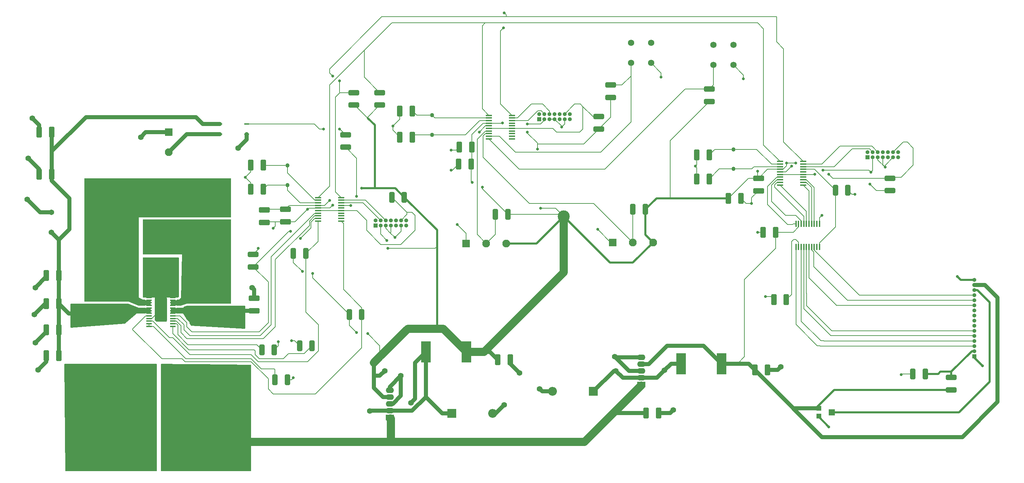
<source format=gbr>
%TF.GenerationSoftware,KiCad,Pcbnew,8.0.2*%
%TF.CreationDate,2024-07-20T17:05:26-04:00*%
%TF.ProjectId,electrical_design_hvac_v2,656c6563-7472-4696-9361-6c5f64657369,rev?*%
%TF.SameCoordinates,Original*%
%TF.FileFunction,Copper,L1,Top*%
%TF.FilePolarity,Positive*%
%FSLAX46Y46*%
G04 Gerber Fmt 4.6, Leading zero omitted, Abs format (unit mm)*
G04 Created by KiCad (PCBNEW 8.0.2) date 2024-07-20 17:05:26*
%MOMM*%
%LPD*%
G01*
G04 APERTURE LIST*
G04 Aperture macros list*
%AMRoundRect*
0 Rectangle with rounded corners*
0 $1 Rounding radius*
0 $2 $3 $4 $5 $6 $7 $8 $9 X,Y pos of 4 corners*
0 Add a 4 corners polygon primitive as box body*
4,1,4,$2,$3,$4,$5,$6,$7,$8,$9,$2,$3,0*
0 Add four circle primitives for the rounded corners*
1,1,$1+$1,$2,$3*
1,1,$1+$1,$4,$5*
1,1,$1+$1,$6,$7*
1,1,$1+$1,$8,$9*
0 Add four rect primitives between the rounded corners*
20,1,$1+$1,$2,$3,$4,$5,0*
20,1,$1+$1,$4,$5,$6,$7,0*
20,1,$1+$1,$6,$7,$8,$9,0*
20,1,$1+$1,$8,$9,$2,$3,0*%
G04 Aperture macros list end*
%TA.AperFunction,ComponentPad*%
%ADD10R,2.000001X1.400000*%
%TD*%
%TA.AperFunction,ComponentPad*%
%ADD11O,2.000001X1.400000*%
%TD*%
%TA.AperFunction,ComponentPad*%
%ADD12R,2.200000X2.200000*%
%TD*%
%TA.AperFunction,ComponentPad*%
%ADD13O,2.200000X2.200000*%
%TD*%
%TA.AperFunction,SMDPad,CuDef*%
%ADD14R,2.413000X5.207000*%
%TD*%
%TA.AperFunction,SMDPad,CuDef*%
%ADD15RoundRect,0.250000X-1.100000X0.412500X-1.100000X-0.412500X1.100000X-0.412500X1.100000X0.412500X0*%
%TD*%
%TA.AperFunction,SMDPad,CuDef*%
%ADD16RoundRect,0.250000X1.075000X-0.400000X1.075000X0.400000X-1.075000X0.400000X-1.075000X-0.400000X0*%
%TD*%
%TA.AperFunction,SMDPad,CuDef*%
%ADD17RoundRect,0.250000X0.412500X1.100000X-0.412500X1.100000X-0.412500X-1.100000X0.412500X-1.100000X0*%
%TD*%
%TA.AperFunction,SMDPad,CuDef*%
%ADD18RoundRect,0.250000X0.400000X1.075000X-0.400000X1.075000X-0.400000X-1.075000X0.400000X-1.075000X0*%
%TD*%
%TA.AperFunction,SMDPad,CuDef*%
%ADD19RoundRect,0.250000X1.100000X-0.412500X1.100000X0.412500X-1.100000X0.412500X-1.100000X-0.412500X0*%
%TD*%
%TA.AperFunction,ComponentPad*%
%ADD20C,1.574800*%
%TD*%
%TA.AperFunction,ComponentPad*%
%ADD21R,1.000000X1.000000*%
%TD*%
%TA.AperFunction,ComponentPad*%
%ADD22O,1.000000X1.000000*%
%TD*%
%TA.AperFunction,SMDPad,CuDef*%
%ADD23RoundRect,0.051250X-0.728750X-0.153750X0.728750X-0.153750X0.728750X0.153750X-0.728750X0.153750X0*%
%TD*%
%TA.AperFunction,SMDPad,CuDef*%
%ADD24RoundRect,0.250000X-0.400000X-1.075000X0.400000X-1.075000X0.400000X1.075000X-0.400000X1.075000X0*%
%TD*%
%TA.AperFunction,ComponentPad*%
%ADD25R,1.950000X1.950000*%
%TD*%
%TA.AperFunction,ComponentPad*%
%ADD26C,1.950000*%
%TD*%
%TA.AperFunction,ComponentPad*%
%ADD27C,1.030000*%
%TD*%
%TA.AperFunction,SMDPad,CuDef*%
%ADD28RoundRect,0.250000X-0.412500X-1.100000X0.412500X-1.100000X0.412500X1.100000X-0.412500X1.100000X0*%
%TD*%
%TA.AperFunction,SMDPad,CuDef*%
%ADD29R,1.409700X0.355600*%
%TD*%
%TA.AperFunction,SMDPad,CuDef*%
%ADD30R,3.149600X5.638800*%
%TD*%
%TA.AperFunction,SMDPad,CuDef*%
%ADD31R,1.219200X0.457200*%
%TD*%
%TA.AperFunction,SMDPad,CuDef*%
%ADD32RoundRect,0.051250X0.153750X-0.733750X0.153750X0.733750X-0.153750X0.733750X-0.153750X-0.733750X0*%
%TD*%
%TA.AperFunction,ComponentPad*%
%ADD33C,1.371600*%
%TD*%
%TA.AperFunction,SMDPad,CuDef*%
%ADD34R,1.200000X1.200000*%
%TD*%
%TA.AperFunction,SMDPad,CuDef*%
%ADD35R,1.500000X1.600000*%
%TD*%
%TA.AperFunction,ViaPad*%
%ADD36C,0.700000*%
%TD*%
%TA.AperFunction,ViaPad*%
%ADD37C,3.000000*%
%TD*%
%TA.AperFunction,ViaPad*%
%ADD38C,1.400000*%
%TD*%
%TA.AperFunction,Conductor*%
%ADD39C,0.200000*%
%TD*%
%TA.AperFunction,Conductor*%
%ADD40C,1.000000*%
%TD*%
%TA.AperFunction,Conductor*%
%ADD41C,0.500000*%
%TD*%
%TA.AperFunction,Conductor*%
%ADD42C,2.000000*%
%TD*%
G04 APERTURE END LIST*
D10*
%TO.P,VR1,1,VIN*%
%TO.N,+12V*%
X178541900Y-132200000D03*
D11*
%TO.P,VR1,2,OUTPUT*%
%TO.N,Net-(D2-K)*%
X178541900Y-130500000D03*
%TO.P,VR1,3,GROUND*%
%TO.N,GND*%
X178541900Y-128799999D03*
%TO.P,VR1,4,FEEDBACK*%
%TO.N,+5V*%
X178541900Y-127100000D03*
%TO.P,VR1,5,~{ON}/OFF*%
%TO.N,GND*%
X178541900Y-125400000D03*
%TD*%
D10*
%TO.P,U2,1,VIN*%
%TO.N,+12V*%
X116000000Y-140405000D03*
D11*
%TO.P,U2,2,OUT*%
%TO.N,Net-(D1-K)*%
X116000000Y-138705000D03*
%TO.P,U2,3,GND*%
%TO.N,GND*%
X116000000Y-137004999D03*
%TO.P,U2,4,FB*%
%TO.N,+3V3*%
X116000000Y-135305000D03*
%TO.P,U2,5,ON_OFF_N*%
%TO.N,GND*%
X116000000Y-133605000D03*
%TD*%
D12*
%TO.P,D1,1,K*%
%TO.N,Net-(D1-K)*%
X131420000Y-139400000D03*
D13*
%TO.P,D1,2,A*%
%TO.N,GND*%
X141580000Y-139400000D03*
%TD*%
D14*
%TO.P,L2,1,1*%
%TO.N,Net-(D2-K)*%
X188458100Y-127000000D03*
%TO.P,L2,2,2*%
%TO.N,+5V*%
X198541900Y-127000000D03*
%TD*%
%TO.P,L1,1,1*%
%TO.N,Net-(D1-K)*%
X124958100Y-124000000D03*
%TO.P,L1,2,2*%
%TO.N,+3V3*%
X135041900Y-124000000D03*
%TD*%
D15*
%TO.P,C15,1*%
%TO.N,+3V3*%
X90000000Y-88500000D03*
%TO.P,C15,2*%
%TO.N,GND*%
X90000000Y-91625000D03*
%TD*%
D16*
%TO.P,R18,1*%
%TO.N,+3V3*%
X113500000Y-62500000D03*
%TO.P,R18,2*%
%TO.N,I2C_SDA*%
X113500000Y-59400000D03*
%TD*%
D17*
%TO.P,C23,1*%
%TO.N,+12V*%
X33625000Y-105000000D03*
%TO.P,C23,2*%
%TO.N,GND*%
X30500000Y-105000000D03*
%TD*%
D18*
%TO.P,R19,1*%
%TO.N,Net-(J4-Pin_2)*%
X249250000Y-129500000D03*
%TO.P,R19,2*%
%TO.N,GND*%
X246150000Y-129500000D03*
%TD*%
D17*
%TO.P,C5,1*%
%TO.N,+5V*%
X212000000Y-94250000D03*
%TO.P,C5,2*%
%TO.N,GND*%
X208875000Y-94250000D03*
%TD*%
D19*
%TO.P,C1,1*%
%TO.N,+12V*%
X82250000Y-113812500D03*
%TO.P,C1,2*%
%TO.N,GND*%
X82250000Y-110687500D03*
%TD*%
D20*
%TO.P,SW1,1,1*%
%TO.N,GND*%
X181000000Y-52000000D03*
%TO.P,SW1,2,2*%
%TO.N,/MCU3/pushbutton_pa2*%
X176000000Y-52000000D03*
%TO.P,SW1,3,3*%
%TO.N,unconnected-(SW1-Pad3)*%
X176000000Y-47000010D03*
%TO.P,SW1,4,4*%
%TO.N,unconnected-(SW1-Pad4)*%
X181000000Y-47000010D03*
%TD*%
D16*
%TO.P,R20,1*%
%TO.N,+5V*%
X255750000Y-133500000D03*
%TO.P,R20,2*%
%TO.N,Net-(J4-Pin_2)*%
X255750000Y-130400000D03*
%TD*%
D21*
%TO.P,J4,1,Pin_1*%
%TO.N,GND*%
X261500000Y-125120000D03*
D22*
%TO.P,J4,2,Pin_2*%
%TO.N,Net-(J4-Pin_2)*%
X261500000Y-123850000D03*
%TO.P,J4,3,Pin_3*%
%TO.N,Net-(J4-Pin_3)*%
X261500000Y-122580000D03*
%TO.P,J4,4,Pin_4*%
%TO.N,Net-(J4-Pin_4)*%
X261500000Y-121310000D03*
%TO.P,J4,5,Pin_5*%
%TO.N,Net-(J4-Pin_5)*%
X261500000Y-120040000D03*
%TO.P,J4,6,Pin_6*%
%TO.N,Net-(J4-Pin_6)*%
X261500000Y-118770000D03*
%TO.P,J4,7,Pin_7*%
%TO.N,unconnected-(J4-Pin_7-Pad7)*%
X261500000Y-117500000D03*
%TO.P,J4,8,Pin_8*%
%TO.N,unconnected-(J4-Pin_8-Pad8)*%
X261500000Y-116230000D03*
%TO.P,J4,9,Pin_9*%
%TO.N,unconnected-(J4-Pin_9-Pad9)*%
X261500000Y-114960000D03*
%TO.P,J4,10,Pin_10*%
%TO.N,unconnected-(J4-Pin_10-Pad10)*%
X261500000Y-113690000D03*
%TO.P,J4,11,Pin_11*%
%TO.N,Net-(J4-Pin_11)*%
X261500000Y-112420000D03*
%TO.P,J4,12,Pin_12*%
%TO.N,Net-(J4-Pin_12)*%
X261500000Y-111150000D03*
%TO.P,J4,13,Pin_13*%
%TO.N,Net-(J4-Pin_13)*%
X261500000Y-109880000D03*
%TO.P,J4,14,Pin_14*%
%TO.N,Net-(J4-Pin_14)*%
X261500000Y-108610000D03*
%TO.P,J4,15,Pin_15*%
%TO.N,+5V*%
X261500000Y-107340000D03*
%TO.P,J4,16,Pin_16*%
%TO.N,GND*%
X261500000Y-106070000D03*
%TD*%
D16*
%TO.P,R17,1*%
%TO.N,+3V3*%
X107000000Y-62500000D03*
%TO.P,R17,2*%
%TO.N,I2C_SCL*%
X107000000Y-59400000D03*
%TD*%
D23*
%TO.P,U6,1,PB7*%
%TO.N,I2C_SDA*%
X98120000Y-85575000D03*
%TO.P,U6,2,PC14-OSCX_IN*%
%TO.N,Net-(U6-PC14-OSCX_IN)*%
X98120000Y-86225000D03*
%TO.P,U6,3,PC15-OSCX_IN*%
%TO.N,Net-(U6-PC15-OSCX_IN)*%
X98120000Y-86875000D03*
%TO.P,U6,4,VDD/VDDA*%
%TO.N,+3V3*%
X98120000Y-87525000D03*
%TO.P,U6,5,VSS/VSSA*%
%TO.N,GND*%
X98120000Y-88175000D03*
%TO.P,U6,6,PF2-NRST*%
%TO.N,/MCU2/NRST_PIN2*%
X98120000Y-88825000D03*
%TO.P,U6,7,PA0*%
%TO.N,/MCU2/PA0_hbridge_in1*%
X98120000Y-89475000D03*
%TO.P,U6,8,PA1*%
%TO.N,/MCU2/PA1_hbridge_in2*%
X98120000Y-90125000D03*
%TO.P,U6,9,PA2*%
%TO.N,/MCU2/PA2_hbridge_DRVOFF*%
X98120000Y-90775000D03*
%TO.P,U6,10,PA3*%
%TO.N,/MCU2/PA3_hbridge_fault*%
X98120000Y-91425000D03*
%TO.P,U6,11,PA4*%
%TO.N,/MCU2/PA4_nsleep*%
X103880000Y-91425000D03*
%TO.P,U6,12,PA5*%
%TO.N,unconnected-(U6-PA5-Pad12)*%
X103880000Y-90775000D03*
%TO.P,U6,13,PA6*%
%TO.N,unconnected-(U6-PA6-Pad13)*%
X103880000Y-90125000D03*
%TO.P,U6,14,PA7*%
%TO.N,unconnected-(U6-PA7-Pad14)*%
X103880000Y-89475000D03*
%TO.P,U6,15,PA8*%
%TO.N,/MCU2/NRST_PIN2*%
X103880000Y-88825000D03*
%TO.P,U6,16,PA11(PA9)*%
%TO.N,unconnected-(U6-PA11(PA9)-Pad16)*%
X103880000Y-88175000D03*
%TO.P,U6,17,PA12(PA10)*%
%TO.N,/MCU2/PA12_fan_relay*%
X103880000Y-87525000D03*
%TO.P,U6,18,PA13*%
%TO.N,MCU2_SWDIO*%
X103880000Y-86875000D03*
%TO.P,U6,19,PA14-BOOT0*%
%TO.N,MCU2_SWCLK*%
X103880000Y-86225000D03*
%TO.P,U6,20,PB6*%
%TO.N,I2C_SCL*%
X103880000Y-85575000D03*
%TD*%
D24*
%TO.P,R12,1*%
%TO.N,Net-(U5-ITRIP)*%
X87400000Y-131000000D03*
%TO.P,R12,2*%
%TO.N,GND*%
X90500000Y-131000000D03*
%TD*%
D16*
%TO.P,R16,1*%
%TO.N,+3V3*%
X195500000Y-61600000D03*
%TO.P,R16,2*%
%TO.N,/MCU3/pushbutton_pa3*%
X195500000Y-58500000D03*
%TD*%
D17*
%TO.P,C12,1*%
%TO.N,Net-(U6-PC15-OSCX_IN)*%
X84500000Y-83440000D03*
%TO.P,C12,2*%
%TO.N,GND*%
X81375000Y-83440000D03*
%TD*%
D16*
%TO.P,R7,1*%
%TO.N,+3V3*%
X171000000Y-60600000D03*
%TO.P,R7,2*%
%TO.N,/MCU3/pushbutton_pa2*%
X171000000Y-57500000D03*
%TD*%
D25*
%TO.P,J3,1,1*%
%TO.N,GND*%
X135000000Y-97000000D03*
D26*
%TO.P,J3,2,2*%
%TO.N,/MCU3/temp_sense_pa2*%
X140000000Y-97000000D03*
%TO.P,J3,3,3*%
%TO.N,+3V3*%
X145000000Y-97000000D03*
%TD*%
D25*
%TO.P,J2,1,1*%
%TO.N,GND*%
X56267000Y-132000000D03*
D26*
%TO.P,J2,2,2*%
%TO.N,+12V*%
X61267000Y-132000000D03*
%TD*%
D12*
%TO.P,D2,1,K*%
%TO.N,Net-(D2-K)*%
X166621900Y-133900000D03*
D13*
%TO.P,D2,2,A*%
%TO.N,GND*%
X156461900Y-133900000D03*
%TD*%
D18*
%TO.P,R8,1*%
%TO.N,+3V3*%
X145350000Y-89750000D03*
%TO.P,R8,2*%
%TO.N,/MCU3/temp_sense_pa2*%
X142250000Y-89750000D03*
%TD*%
%TO.P,R4,1*%
%TO.N,+3V3*%
X119600000Y-85500000D03*
%TO.P,R4,2*%
%TO.N,/MCU2/NRST_PIN2*%
X116500000Y-85500000D03*
%TD*%
D15*
%TO.P,C16,1*%
%TO.N,+3V3*%
X84749930Y-88625000D03*
%TO.P,C16,2*%
%TO.N,GND*%
X84749930Y-91750000D03*
%TD*%
D27*
%TO.P,Y1,1*%
%TO.N,Net-(U1-PC14-OSCX_IN)*%
X126500000Y-65060000D03*
%TO.P,Y1,2*%
%TO.N,Net-(U1-PC15-OSCX_IN)*%
X126500000Y-69940000D03*
%TD*%
D28*
%TO.P,C4,1*%
%TO.N,+3V3*%
X142875000Y-126000000D03*
%TO.P,C4,2*%
%TO.N,GND*%
X146000000Y-126000000D03*
%TD*%
D25*
%TO.P,J8,1,1*%
%TO.N,GND*%
X61000000Y-69267000D03*
D26*
%TO.P,J8,2,2*%
%TO.N,Net-(J8-Pad2)*%
X61000000Y-74267000D03*
%TD*%
D17*
%TO.P,C22,1*%
%TO.N,+12V*%
X31875000Y-69250000D03*
%TO.P,C22,2*%
%TO.N,GND*%
X28750000Y-69250000D03*
%TD*%
D18*
%TO.P,R11,1*%
%TO.N,Net-(U5-SR)*%
X96650000Y-122500000D03*
%TO.P,R11,2*%
%TO.N,GND*%
X93550000Y-122500000D03*
%TD*%
D29*
%TO.P,U5,1,SR*%
%TO.N,Net-(U5-SR)*%
X62000000Y-117649986D03*
%TO.P,U5,2,DIAG*%
%TO.N,Net-(U5-DIAG)*%
X62000000Y-117000000D03*
%TO.P,U5,3,PH/IN2*%
%TO.N,/MCU2/PA1_hbridge_in2*%
X62000000Y-116350014D03*
%TO.P,U5,4,EN/IN1*%
%TO.N,/MCU2/PA0_hbridge_in1*%
X62000000Y-115700028D03*
%TO.P,U5,5,DRVOFF*%
%TO.N,/MCU2/PA2_hbridge_DRVOFF*%
X62000000Y-115050042D03*
%TO.P,U5,6,VM*%
%TO.N,+12V*%
X62000000Y-114400056D03*
%TO.P,U5,7,VM*%
X62000000Y-113750070D03*
%TO.P,U5,8,VM*%
X62000000Y-113100084D03*
%TO.P,U5,9,OUT1*%
%TO.N,/MCU2/OUT1*%
X62000000Y-112450098D03*
%TO.P,U5,10,OUT1*%
X62000000Y-111800112D03*
%TO.P,U5,11,OUT1*%
X62000000Y-111150126D03*
%TO.P,U5,12,GND*%
%TO.N,GND*%
X62000000Y-110500140D03*
%TO.P,U5,13,GND*%
X62000000Y-109850154D03*
%TO.P,U5,14,GND*%
X62000000Y-109200168D03*
%TO.P,U5,15,GND*%
X56094500Y-109200168D03*
%TO.P,U5,16,GND*%
X56094500Y-109850154D03*
%TO.P,U5,17,GND*%
X56094500Y-110500140D03*
%TO.P,U5,18,OUT2*%
%TO.N,/MCU2/OUT2*%
X56094500Y-111150126D03*
%TO.P,U5,19,OUT2*%
X56094500Y-111800112D03*
%TO.P,U5,20,OUT2*%
X56094500Y-112450098D03*
%TO.P,U5,21,VM*%
%TO.N,+12V*%
X56094500Y-113100084D03*
%TO.P,U5,22,VM*%
X56094500Y-113750070D03*
%TO.P,U5,23,VM*%
X56094500Y-114400056D03*
%TO.P,U5,24,NSLEEP*%
%TO.N,/MCU2/PA4_nsleep*%
X56094500Y-115050042D03*
%TO.P,U5,25,IPROPI*%
%TO.N,GND*%
X56094500Y-115700028D03*
%TO.P,U5,26,NFAULT*%
%TO.N,/MCU2/PA3_hbridge_fault*%
X56094500Y-116350014D03*
%TO.P,U5,27,MODE*%
%TO.N,Net-(U5-ITRIP)*%
X56094500Y-117000000D03*
%TO.P,U5,28,ITRIP*%
X56094500Y-117649986D03*
D30*
%TO.P,U5,EPAD,EPAD*%
%TO.N,GND*%
X59047250Y-113425077D03*
%TD*%
D31*
%TO.P,Q2,1,1*%
%TO.N,GND*%
X80340100Y-69770000D03*
%TO.P,Q2,2,2*%
%TO.N,Net-(Q2-Pad2)*%
X80340100Y-67230000D03*
%TO.P,Q2,3,3*%
%TO.N,+12V*%
X73659900Y-67230000D03*
%TO.P,Q2,4,4*%
%TO.N,Net-(J8-Pad2)*%
X73659900Y-69770000D03*
%TD*%
D28*
%TO.P,C3,1*%
%TO.N,+5V*%
X206875000Y-128500000D03*
%TO.P,C3,2*%
%TO.N,GND*%
X210000000Y-128500000D03*
%TD*%
D17*
%TO.P,C9,1*%
%TO.N,Net-(U3-PC15-OSCX_IN)*%
X195500000Y-80940000D03*
%TO.P,C9,2*%
%TO.N,GND*%
X192375000Y-80940000D03*
%TD*%
D16*
%TO.P,R15,1*%
%TO.N,/MCU2/PA2_hbridge_DRVOFF*%
X82000000Y-102850000D03*
%TO.P,R15,2*%
%TO.N,GND*%
X82000000Y-99750000D03*
%TD*%
D17*
%TO.P,C14,1*%
%TO.N,Net-(U1-PC15-OSCX_IN)*%
X121625000Y-70500000D03*
%TO.P,C14,2*%
%TO.N,GND*%
X118500000Y-70500000D03*
%TD*%
D21*
%TO.P,J5,1,Pin_1*%
%TO.N,unconnected-(J5-Pin_1-Pad1)*%
X234920000Y-75500000D03*
D22*
%TO.P,J5,2,Pin_2*%
%TO.N,unconnected-(J5-Pin_2-Pad2)*%
X234920000Y-74230000D03*
%TO.P,J5,3,Pin_3*%
%TO.N,+3V3*%
X236190000Y-75500000D03*
%TO.P,J5,4,Pin_4*%
%TO.N,MCU1_SWDIO*%
X236190000Y-74230000D03*
%TO.P,J5,5,Pin_5*%
%TO.N,GND*%
X237460000Y-75500000D03*
%TO.P,J5,6,Pin_6*%
%TO.N,MCU1_SWCLK*%
X237460000Y-74230000D03*
%TO.P,J5,7,Pin_7*%
%TO.N,GND*%
X238730000Y-75500000D03*
%TO.P,J5,8,Pin_8*%
%TO.N,unconnected-(J5-Pin_8-Pad8)*%
X238730000Y-74230000D03*
%TO.P,J5,9,Pin_9*%
%TO.N,unconnected-(J5-Pin_9-Pad9)*%
X240000000Y-75500000D03*
%TO.P,J5,10,Pin_10*%
%TO.N,unconnected-(J5-Pin_10-Pad10)*%
X240000000Y-74230000D03*
%TO.P,J5,11,Pin_11*%
%TO.N,GND*%
X241270000Y-75500000D03*
%TO.P,J5,12,Pin_12*%
%TO.N,/MCU1/NRST_PIN1*%
X241270000Y-74230000D03*
%TO.P,J5,13,Pin_13*%
%TO.N,unconnected-(J5-Pin_13-Pad13)*%
X242540000Y-75500000D03*
%TO.P,J5,14,Pin_14*%
%TO.N,unconnected-(J5-Pin_14-Pad14)*%
X242540000Y-74230000D03*
%TD*%
D23*
%TO.P,U3,1,PB7*%
%TO.N,I2C_SDA*%
X213120000Y-76575000D03*
%TO.P,U3,2,PC14-OSCX_IN*%
%TO.N,Net-(U3-PC14-OSCX_IN)*%
X213120000Y-77225000D03*
%TO.P,U3,3,PC15-OSCX_IN*%
%TO.N,Net-(U3-PC15-OSCX_IN)*%
X213120000Y-77875000D03*
%TO.P,U3,4,VDD/VDDA*%
%TO.N,+3V3*%
X213120000Y-78525000D03*
%TO.P,U3,5,VSS/VSSA*%
%TO.N,GND*%
X213120000Y-79175000D03*
%TO.P,U3,6,PF2-NRST*%
%TO.N,/MCU1/NRST_PIN1*%
X213120000Y-79825000D03*
%TO.P,U3,7,PA0*%
%TO.N,/MCU1/lcd_pa0*%
X213120000Y-80475000D03*
%TO.P,U3,8,PA1*%
%TO.N,/MCU1/lcd_pa1*%
X213120000Y-81125000D03*
%TO.P,U3,9,PA2*%
%TO.N,/MCU1/lcd_pa2*%
X213120000Y-81775000D03*
%TO.P,U3,10,PA3*%
%TO.N,/MCU1/lcd_pa3*%
X213120000Y-82425000D03*
%TO.P,U3,11,PA4*%
%TO.N,/MCU1/lcd_pa4*%
X218880000Y-82425000D03*
%TO.P,U3,12,PA5*%
%TO.N,/MCU1/lcd_pa5*%
X218880000Y-81775000D03*
%TO.P,U3,13,PA6*%
%TO.N,/MCU1/lcd_pa6*%
X218880000Y-81125000D03*
%TO.P,U3,14,PA7*%
%TO.N,unconnected-(U3-PA7-Pad14)*%
X218880000Y-80475000D03*
%TO.P,U3,15,PA8*%
%TO.N,/MCU1/NRST_PIN1*%
X218880000Y-79825000D03*
%TO.P,U3,16,PA11(PA9)*%
%TO.N,unconnected-(U3-PA11(PA9)-Pad16)*%
X218880000Y-79175000D03*
%TO.P,U3,17,PA12(PA10)*%
%TO.N,/MCU1/PA12*%
X218880000Y-78525000D03*
%TO.P,U3,18,PA13*%
%TO.N,MCU1_SWDIO*%
X218880000Y-77875000D03*
%TO.P,U3,19,PA14-BOOT0*%
%TO.N,MCU1_SWCLK*%
X218880000Y-77225000D03*
%TO.P,U3,20,PB6*%
%TO.N,I2C_SCL*%
X218880000Y-76575000D03*
%TD*%
D21*
%TO.P,J1,1,Pin_1*%
%TO.N,unconnected-(J1-Pin_1-Pad1)*%
X153190000Y-66000000D03*
D22*
%TO.P,J1,2,Pin_2*%
%TO.N,unconnected-(J1-Pin_2-Pad2)*%
X153190000Y-64730000D03*
%TO.P,J1,3,Pin_3*%
%TO.N,+3V3*%
X154460000Y-66000000D03*
%TO.P,J1,4,Pin_4*%
%TO.N,MCU3_SWDIO*%
X154460000Y-64730000D03*
%TO.P,J1,5,Pin_5*%
%TO.N,GND*%
X155730000Y-66000000D03*
%TO.P,J1,6,Pin_6*%
%TO.N,MCU3_SWCLK*%
X155730000Y-64730000D03*
%TO.P,J1,7,Pin_7*%
%TO.N,GND*%
X157000000Y-66000000D03*
%TO.P,J1,8,Pin_8*%
%TO.N,unconnected-(J1-Pin_8-Pad8)*%
X157000000Y-64730000D03*
%TO.P,J1,9,Pin_9*%
%TO.N,unconnected-(J1-Pin_9-Pad9)*%
X158270000Y-66000000D03*
%TO.P,J1,10,Pin_10*%
%TO.N,unconnected-(J1-Pin_10-Pad10)*%
X158270000Y-64730000D03*
%TO.P,J1,11,Pin_11*%
%TO.N,GND*%
X159540000Y-66000000D03*
%TO.P,J1,12,Pin_12*%
%TO.N,/MCU3/NRST_PIN3*%
X159540000Y-64730000D03*
%TO.P,J1,13,Pin_13*%
%TO.N,unconnected-(J1-Pin_13-Pad13)*%
X160810000Y-66000000D03*
%TO.P,J1,14,Pin_14*%
%TO.N,unconnected-(J1-Pin_14-Pad14)*%
X160810000Y-64730000D03*
%TD*%
D28*
%TO.P,C2,1*%
%TO.N,+12V*%
X179750000Y-139250000D03*
%TO.P,C2,2*%
%TO.N,GND*%
X182875000Y-139250000D03*
%TD*%
D24*
%TO.P,R10,1*%
%TO.N,Net-(U5-DIAG)*%
X84150000Y-123500000D03*
%TO.P,R10,2*%
%TO.N,GND*%
X87250000Y-123500000D03*
%TD*%
D17*
%TO.P,C25,1*%
%TO.N,+12V*%
X33625000Y-118500000D03*
%TO.P,C25,2*%
%TO.N,GND*%
X30500000Y-118500000D03*
%TD*%
%TO.P,C11,1*%
%TO.N,Net-(U6-PC14-OSCX_IN)*%
X84500000Y-77440000D03*
%TO.P,C11,2*%
%TO.N,GND*%
X81375000Y-77440000D03*
%TD*%
D32*
%TO.P,U4,1,A1*%
%TO.N,Net-(J4-Pin_3)*%
X217075000Y-97870000D03*
%TO.P,U4,2,VCCA*%
%TO.N,Net-(U4-VCCA)*%
X217725000Y-97870000D03*
%TO.P,U4,3,A2*%
%TO.N,Net-(J4-Pin_4)*%
X218375000Y-97870000D03*
%TO.P,U4,4,A3*%
%TO.N,Net-(J4-Pin_5)*%
X219025000Y-97870000D03*
%TO.P,U4,5,A4*%
%TO.N,Net-(J4-Pin_6)*%
X219675000Y-97870000D03*
%TO.P,U4,6,A5*%
%TO.N,Net-(J4-Pin_11)*%
X220325000Y-97870000D03*
%TO.P,U4,7,A6*%
%TO.N,Net-(J4-Pin_12)*%
X220975000Y-97870000D03*
%TO.P,U4,8,A7*%
%TO.N,Net-(J4-Pin_13)*%
X221625000Y-97870000D03*
%TO.P,U4,9,A8*%
%TO.N,unconnected-(U4-A8-Pad9)*%
X222275000Y-97870000D03*
%TO.P,U4,10,OE*%
%TO.N,/MCU1/PA12*%
X222925000Y-97870000D03*
%TO.P,U4,11,GND*%
%TO.N,GND*%
X222925000Y-92130000D03*
%TO.P,U4,12,B8*%
%TO.N,unconnected-(U4-B8-Pad12)*%
X222275000Y-92130000D03*
%TO.P,U4,13,B7*%
%TO.N,/MCU1/lcd_pa6*%
X221625000Y-92130000D03*
%TO.P,U4,14,B6*%
%TO.N,/MCU1/lcd_pa5*%
X220975000Y-92130000D03*
%TO.P,U4,15,B5*%
%TO.N,/MCU1/lcd_pa4*%
X220325000Y-92130000D03*
%TO.P,U4,16,B4*%
%TO.N,/MCU1/lcd_pa3*%
X219675000Y-92130000D03*
%TO.P,U4,17,B3*%
%TO.N,/MCU1/lcd_pa2*%
X219025000Y-92130000D03*
%TO.P,U4,18,B2*%
%TO.N,/MCU1/lcd_pa1*%
X218375000Y-92130000D03*
%TO.P,U4,19,VCCB*%
%TO.N,+5V*%
X217725000Y-92130000D03*
%TO.P,U4,20,B1*%
%TO.N,/MCU1/lcd_pa0*%
X217075000Y-92130000D03*
%TD*%
D27*
%TO.P,Y3,1*%
%TO.N,Net-(U6-PC14-OSCX_IN)*%
X90500000Y-77560000D03*
%TO.P,Y3,2*%
%TO.N,Net-(U6-PC15-OSCX_IN)*%
X90500000Y-82440000D03*
%TD*%
D17*
%TO.P,C21,1*%
%TO.N,+12V*%
X31875000Y-79750000D03*
%TO.P,C21,2*%
%TO.N,GND*%
X28750000Y-79750000D03*
%TD*%
%TO.P,C6,1*%
%TO.N,Net-(U4-VCCA)*%
X214687500Y-111000000D03*
%TO.P,C6,2*%
%TO.N,GND*%
X211562500Y-111000000D03*
%TD*%
D18*
%TO.P,R9,1*%
%TO.N,+3V3*%
X179600000Y-88500000D03*
%TO.P,R9,2*%
%TO.N,/MCU3/temp_sense_pa1*%
X176500000Y-88500000D03*
%TD*%
D17*
%TO.P,C10,1*%
%TO.N,Net-(U3-PC14-OSCX_IN)*%
X195500000Y-74940000D03*
%TO.P,C10,2*%
%TO.N,GND*%
X192375000Y-74940000D03*
%TD*%
D21*
%TO.P,J9,1,Pin_1*%
%TO.N,unconnected-(J9-Pin_1-Pad1)*%
X112420000Y-92500000D03*
D22*
%TO.P,J9,2,Pin_2*%
%TO.N,unconnected-(J9-Pin_2-Pad2)*%
X112420000Y-91230000D03*
%TO.P,J9,3,Pin_3*%
%TO.N,+3V3*%
X113690000Y-92500000D03*
%TO.P,J9,4,Pin_4*%
%TO.N,MCU2_SWDIO*%
X113690000Y-91230000D03*
%TO.P,J9,5,Pin_5*%
%TO.N,GND*%
X114960000Y-92500000D03*
%TO.P,J9,6,Pin_6*%
%TO.N,MCU2_SWCLK*%
X114960000Y-91230000D03*
%TO.P,J9,7,Pin_7*%
%TO.N,GND*%
X116230000Y-92500000D03*
%TO.P,J9,8,Pin_8*%
%TO.N,unconnected-(J9-Pin_8-Pad8)*%
X116230000Y-91230000D03*
%TO.P,J9,9,Pin_9*%
%TO.N,unconnected-(J9-Pin_9-Pad9)*%
X117500000Y-92500000D03*
%TO.P,J9,10,Pin_10*%
%TO.N,unconnected-(J9-Pin_10-Pad10)*%
X117500000Y-91230000D03*
%TO.P,J9,11,Pin_11*%
%TO.N,GND*%
X118770000Y-92500000D03*
%TO.P,J9,12,Pin_12*%
%TO.N,/MCU2/NRST_PIN2*%
X118770000Y-91230000D03*
%TO.P,J9,13,Pin_13*%
%TO.N,unconnected-(J9-Pin_13-Pad13)*%
X120040000Y-92500000D03*
%TO.P,J9,14,Pin_14*%
%TO.N,unconnected-(J9-Pin_14-Pad14)*%
X120040000Y-91230000D03*
%TD*%
D16*
%TO.P,R6,1*%
%TO.N,/MCU2/PA12_fan_relay*%
X105000000Y-73000000D03*
%TO.P,R6,2*%
%TO.N,Net-(Q2-Pad2)*%
X105000000Y-69900000D03*
%TD*%
D25*
%TO.P,J6,1,1*%
%TO.N,GND*%
X171500000Y-96750000D03*
D26*
%TO.P,J6,2,2*%
%TO.N,/MCU3/temp_sense_pa1*%
X176500000Y-96750000D03*
%TO.P,J6,3,3*%
%TO.N,+3V3*%
X181500000Y-96750000D03*
%TD*%
D24*
%TO.P,R2,1*%
%TO.N,/MCU1/PA12*%
X226900000Y-83750000D03*
%TO.P,R2,2*%
%TO.N,GND*%
X230000000Y-83750000D03*
%TD*%
D27*
%TO.P,Y2,1*%
%TO.N,Net-(U3-PC14-OSCX_IN)*%
X201500000Y-73560000D03*
%TO.P,Y2,2*%
%TO.N,Net-(U3-PC15-OSCX_IN)*%
X201500000Y-78440000D03*
%TD*%
D24*
%TO.P,R13,1*%
%TO.N,+3V3*%
X92000000Y-99500000D03*
%TO.P,R13,2*%
%TO.N,/MCU2/PA3_hbridge_fault*%
X95100000Y-99500000D03*
%TD*%
D28*
%TO.P,C8,1*%
%TO.N,+3V3*%
X200250000Y-85750000D03*
%TO.P,C8,2*%
%TO.N,GND*%
X203375000Y-85750000D03*
%TD*%
D33*
%TO.P,C20,1*%
%TO.N,+12V*%
X31750000Y-94253800D03*
%TO.P,C20,2*%
%TO.N,GND*%
X31750000Y-89250000D03*
%TD*%
D34*
%TO.P,R1,1*%
%TO.N,+5V*%
X222750000Y-138070000D03*
D35*
%TO.P,R1,2*%
%TO.N,Net-(J4-Pin_14)*%
X226000000Y-139070000D03*
D34*
%TO.P,R1,3*%
%TO.N,GND*%
X222750000Y-140070000D03*
%TD*%
D15*
%TO.P,C7,1*%
%TO.N,+3V3*%
X207750000Y-80750000D03*
%TO.P,C7,2*%
%TO.N,GND*%
X207750000Y-83875000D03*
%TD*%
D23*
%TO.P,U1,1,PB7*%
%TO.N,I2C_SDA*%
X140620000Y-65075000D03*
%TO.P,U1,2,PC14-OSCX_IN*%
%TO.N,Net-(U1-PC14-OSCX_IN)*%
X140620000Y-65725000D03*
%TO.P,U1,3,PC15-OSCX_IN*%
%TO.N,Net-(U1-PC15-OSCX_IN)*%
X140620000Y-66375000D03*
%TO.P,U1,4,VDD/VDDA*%
%TO.N,+3V3*%
X140620000Y-67025000D03*
%TO.P,U1,5,VSS/VSSA*%
%TO.N,GND*%
X140620000Y-67675000D03*
%TO.P,U1,6,PF2-NRST*%
%TO.N,/MCU3/NRST_PIN3*%
X140620000Y-68325000D03*
%TO.P,U1,7,PA0*%
%TO.N,/MCU3/temp_sense_pa2*%
X140620000Y-68975000D03*
%TO.P,U1,8,PA1*%
%TO.N,/MCU3/temp_sense_pa1*%
X140620000Y-69625000D03*
%TO.P,U1,9,PA2*%
%TO.N,/MCU3/pushbutton_pa2*%
X140620000Y-70275000D03*
%TO.P,U1,10,PA3*%
%TO.N,/MCU3/pushbutton_pa3*%
X140620000Y-70925000D03*
%TO.P,U1,11,PA4*%
%TO.N,unconnected-(U1-PA4-Pad11)*%
X146380000Y-70925000D03*
%TO.P,U1,12,PA5*%
%TO.N,unconnected-(U1-PA5-Pad12)*%
X146380000Y-70275000D03*
%TO.P,U1,13,PA6*%
%TO.N,unconnected-(U1-PA6-Pad13)*%
X146380000Y-69625000D03*
%TO.P,U1,14,PA7*%
%TO.N,unconnected-(U1-PA7-Pad14)*%
X146380000Y-68975000D03*
%TO.P,U1,15,PA8*%
%TO.N,/MCU3/NRST_PIN3*%
X146380000Y-68325000D03*
%TO.P,U1,16,PA11(PA9)*%
%TO.N,unconnected-(U1-PA11(PA9)-Pad16)*%
X146380000Y-67675000D03*
%TO.P,U1,17,PA12(PA10)*%
%TO.N,unconnected-(U1-PA12(PA10)-Pad17)*%
X146380000Y-67025000D03*
%TO.P,U1,18,PA13*%
%TO.N,MCU3_SWDIO*%
X146380000Y-66375000D03*
%TO.P,U1,19,PA14-BOOT0*%
%TO.N,MCU3_SWCLK*%
X146380000Y-65725000D03*
%TO.P,U1,20,PB6*%
%TO.N,I2C_SCL*%
X146380000Y-65075000D03*
%TD*%
D16*
%TO.P,R5,1*%
%TO.N,+3V3*%
X168000000Y-68500000D03*
%TO.P,R5,2*%
%TO.N,/MCU3/NRST_PIN3*%
X168000000Y-65400000D03*
%TD*%
D17*
%TO.P,C18,1*%
%TO.N,+3V3*%
X136250000Y-77250000D03*
%TO.P,C18,2*%
%TO.N,GND*%
X133125000Y-77250000D03*
%TD*%
D20*
%TO.P,SW2,4,4*%
%TO.N,unconnected-(SW2-Pad4)*%
X201500000Y-47500010D03*
%TO.P,SW2,3,3*%
%TO.N,unconnected-(SW2-Pad3)*%
X196500000Y-47500010D03*
%TO.P,SW2,2,2*%
%TO.N,/MCU3/pushbutton_pa3*%
X196500000Y-52500000D03*
%TO.P,SW2,1,1*%
%TO.N,GND*%
X201500000Y-52500000D03*
%TD*%
D16*
%TO.P,R3,1*%
%TO.N,+3V3*%
X240500000Y-83850000D03*
%TO.P,R3,2*%
%TO.N,/MCU1/NRST_PIN1*%
X240500000Y-80750000D03*
%TD*%
D17*
%TO.P,C19,1*%
%TO.N,+12V*%
X33625000Y-125000000D03*
%TO.P,C19,2*%
%TO.N,GND*%
X30500000Y-125000000D03*
%TD*%
D24*
%TO.P,R14,1*%
%TO.N,+3V3*%
X105900000Y-114750070D03*
%TO.P,R14,2*%
%TO.N,/MCU2/PA4_nsleep*%
X109000000Y-114750070D03*
%TD*%
D25*
%TO.P,J7,1,1*%
%TO.N,/MCU2/OUT2*%
X59000000Y-87500000D03*
D26*
%TO.P,J7,2,2*%
%TO.N,/MCU2/OUT1*%
X59000000Y-92500000D03*
%TD*%
D17*
%TO.P,C24,1*%
%TO.N,+12V*%
X33625000Y-112000000D03*
%TO.P,C24,2*%
%TO.N,GND*%
X30500000Y-112000000D03*
%TD*%
%TO.P,C13,1*%
%TO.N,Net-(U1-PC14-OSCX_IN)*%
X121625000Y-64000000D03*
%TO.P,C13,2*%
%TO.N,GND*%
X118500000Y-64000000D03*
%TD*%
%TO.P,C17,1*%
%TO.N,+3V3*%
X136375000Y-73000000D03*
%TO.P,C17,2*%
%TO.N,GND*%
X133250000Y-73000000D03*
%TD*%
D36*
%TO.N,GND*%
X239250000Y-78000000D03*
X167750000Y-93500000D03*
D37*
X51500000Y-145000000D03*
D36*
X192000000Y-77750000D03*
D38*
X78250000Y-73250000D03*
D36*
X206000000Y-87000000D03*
X91500000Y-121250000D03*
X117250000Y-95500000D03*
X83250000Y-98250000D03*
D38*
X153250000Y-133250000D03*
D36*
X225250000Y-142750000D03*
X95500000Y-88500000D03*
X138250000Y-69250000D03*
X231750000Y-84750000D03*
D37*
X51500000Y-134000000D03*
D38*
X26000000Y-75750000D03*
D36*
X132750000Y-92250000D03*
X223500000Y-90000000D03*
D38*
X172000000Y-125250000D03*
X81750000Y-108000000D03*
X25750000Y-86000000D03*
D36*
X207500000Y-94250000D03*
D38*
X62000000Y-103000000D03*
D37*
X45500000Y-145000000D03*
D36*
X209500000Y-110250000D03*
D38*
X27500000Y-114750000D03*
D36*
X87000000Y-93250000D03*
D38*
X62000000Y-107000000D03*
D36*
X131250000Y-73750000D03*
D38*
X27750000Y-108000000D03*
X148250000Y-129250000D03*
D36*
X183500000Y-55500000D03*
X88250000Y-121500000D03*
D37*
X45500000Y-139000000D03*
D36*
X92000000Y-130500000D03*
D37*
X51500000Y-129000000D03*
D36*
X116750000Y-67750000D03*
D38*
X28500000Y-128500000D03*
D36*
X80000000Y-80500000D03*
D37*
X59000000Y-104500000D03*
D36*
X243250000Y-129750000D03*
X158750000Y-68000000D03*
D38*
X213250000Y-127750000D03*
X56000000Y-103000000D03*
D36*
X101750000Y-87500000D03*
D38*
X54000000Y-70500000D03*
D37*
X45500000Y-134000000D03*
X45500000Y-129000000D03*
D38*
X186500000Y-138500000D03*
X27750000Y-121750000D03*
X56000000Y-107000000D03*
D36*
X216000000Y-77750000D03*
X263500000Y-127500000D03*
X257250000Y-105250000D03*
X204000000Y-56000000D03*
D37*
X51500000Y-139000000D03*
D38*
X27000000Y-65750000D03*
X144500000Y-137250000D03*
D36*
X131250000Y-78750000D03*
D38*
X118750000Y-130000000D03*
D37*
%TO.N,+12V*%
X72000000Y-130000000D03*
X63000000Y-141500000D03*
X44000000Y-114500000D03*
X77000000Y-115250000D03*
X72000000Y-141500000D03*
X66000000Y-130000000D03*
X72000000Y-135500000D03*
X66000000Y-135500000D03*
X72000000Y-146500000D03*
X72750000Y-115250000D03*
X68000000Y-115000000D03*
X38750000Y-114500000D03*
X63000000Y-146500000D03*
X49000000Y-114500000D03*
D36*
%TO.N,+3V3*%
X235500000Y-82250000D03*
X115500000Y-98250000D03*
D38*
X114750000Y-128750000D03*
D36*
X235750000Y-79250000D03*
X152750000Y-73500000D03*
X107750000Y-119250000D03*
X217000000Y-77000000D03*
X136500000Y-81750000D03*
X96750000Y-104500000D03*
X94250000Y-104000000D03*
X115250000Y-96250000D03*
X150250000Y-69250000D03*
X214750000Y-77000000D03*
D37*
X159250000Y-90250000D03*
D36*
X150250000Y-67250000D03*
D38*
X120500000Y-118250000D03*
D36*
X101000000Y-86250000D03*
X139000000Y-83000000D03*
X207500000Y-79000000D03*
X110500000Y-119500000D03*
X153500000Y-88250000D03*
X144000000Y-67000000D03*
X223750000Y-78750000D03*
X109000000Y-83250000D03*
D38*
%TO.N,Net-(D1-K)*%
X121250000Y-136750000D03*
X111000000Y-138750000D03*
%TO.N,Net-(D2-K)*%
X184375000Y-128625000D03*
X172250000Y-128750000D03*
D36*
%TO.N,Net-(Q2-Pad2)*%
X103500000Y-68500000D03*
X99500000Y-68500000D03*
%TO.N,/MCU2/PA12_fan_relay*%
X107750000Y-85250000D03*
X106250000Y-87525000D03*
%TO.N,/MCU2/PA2_hbridge_DRVOFF*%
X93750000Y-95750000D03*
X91250000Y-94000000D03*
%TO.N,I2C_SCL*%
X144250000Y-43250000D03*
X101750000Y-55250000D03*
X103500000Y-56500000D03*
X144500000Y-39500000D03*
%TO.N,/MCU1/NRST_PIN1*%
X221750000Y-79750000D03*
X225250000Y-79750000D03*
%TD*%
D39*
%TO.N,GND*%
X84874930Y-91625000D02*
X84749930Y-91750000D01*
X81375000Y-79125000D02*
X80000000Y-80500000D01*
D40*
X28750000Y-79750000D02*
X28750000Y-78500000D01*
D39*
X171000000Y-96750000D02*
X167750000Y-93500000D01*
X206000000Y-85625000D02*
X206000000Y-87000000D01*
X81375000Y-83440000D02*
X81375000Y-81875000D01*
X238730000Y-75500000D02*
X238730000Y-77480000D01*
D40*
X118750000Y-135000000D02*
X118750000Y-130000000D01*
D39*
X114960000Y-92500000D02*
X114960000Y-93210000D01*
D40*
X30500000Y-118500000D02*
X30500000Y-119000000D01*
D39*
X98120000Y-88175000D02*
X98045000Y-88250000D01*
X116230000Y-94270000D02*
X116125000Y-94375000D01*
X208875000Y-94250000D02*
X207500000Y-94250000D01*
D41*
X222750000Y-140070000D02*
X222750000Y-140250000D01*
D39*
X92300000Y-121250000D02*
X91500000Y-121250000D01*
X241270000Y-75500000D02*
X239250000Y-77520000D01*
D40*
X142350000Y-139400000D02*
X144500000Y-137250000D01*
D39*
X212389336Y-79175000D02*
X214575000Y-79175000D01*
X114960000Y-93210000D02*
X116125000Y-94375000D01*
X90500000Y-131000000D02*
X91500000Y-131000000D01*
D40*
X28750000Y-67500000D02*
X27000000Y-65750000D01*
D39*
X88250000Y-122500000D02*
X88250000Y-121500000D01*
D40*
X31750000Y-89250000D02*
X29000000Y-89250000D01*
D39*
X155730000Y-66000000D02*
X157000000Y-66000000D01*
X204000000Y-55000000D02*
X204000000Y-56000000D01*
X82000000Y-99750000D02*
X83250000Y-98500000D01*
X98045000Y-88250000D02*
X95750000Y-88250000D01*
X133250000Y-73000000D02*
X132500000Y-73750000D01*
X140620000Y-67675000D02*
X139825000Y-67675000D01*
D40*
X61000000Y-69267000D02*
X55233000Y-69267000D01*
D39*
X101075000Y-88175000D02*
X101750000Y-87500000D01*
D40*
X178541900Y-128799999D02*
X175549999Y-128799999D01*
D39*
X116230000Y-92500000D02*
X116230000Y-94270000D01*
X201500000Y-52500000D02*
X204000000Y-55000000D01*
X171500000Y-96750000D02*
X171000000Y-96750000D01*
D40*
X156461900Y-133900000D02*
X153900000Y-133900000D01*
X116000000Y-133605000D02*
X116000000Y-132750000D01*
D39*
X213120000Y-79175000D02*
X212389336Y-79175000D01*
X87500000Y-91625000D02*
X84874930Y-91625000D01*
X204625000Y-87000000D02*
X206000000Y-87000000D01*
X210812500Y-110250000D02*
X209500000Y-110250000D01*
X246150000Y-129500000D02*
X243500000Y-129500000D01*
X222925000Y-90575000D02*
X223500000Y-90000000D01*
D40*
X30500000Y-119000000D02*
X27750000Y-121750000D01*
X153900000Y-133900000D02*
X153250000Y-133250000D01*
D39*
X157000000Y-66000000D02*
X158750000Y-67750000D01*
D41*
X261500000Y-125120000D02*
X261500000Y-125500000D01*
D40*
X30500000Y-112000000D02*
X30250000Y-112000000D01*
D39*
X81375000Y-81875000D02*
X80000000Y-80500000D01*
X243500000Y-129500000D02*
X243250000Y-129750000D01*
X231000000Y-84750000D02*
X231750000Y-84750000D01*
D40*
X141580000Y-139400000D02*
X142350000Y-139400000D01*
D39*
X222925000Y-92130000D02*
X222925000Y-90575000D01*
X131625000Y-78750000D02*
X131250000Y-78750000D01*
D40*
X212500000Y-128500000D02*
X213250000Y-127750000D01*
D39*
X239250000Y-77520000D02*
X239250000Y-78000000D01*
X135000000Y-97000000D02*
X135000000Y-94500000D01*
X192375000Y-74940000D02*
X192375000Y-77375000D01*
D40*
X116745001Y-137004999D02*
X118750000Y-135000000D01*
D39*
X159540000Y-67210000D02*
X158750000Y-68000000D01*
X132500000Y-73750000D02*
X131250000Y-73750000D01*
X87500000Y-92750000D02*
X87000000Y-93250000D01*
X183500000Y-54500000D02*
X183500000Y-55500000D01*
X139825000Y-67675000D02*
X138250000Y-69250000D01*
X230000000Y-83750000D02*
X231000000Y-84750000D01*
D40*
X82250000Y-108500000D02*
X81750000Y-108000000D01*
D39*
X237460000Y-75500000D02*
X237460000Y-76210000D01*
X98120000Y-88175000D02*
X101075000Y-88175000D01*
D40*
X146000000Y-127000000D02*
X148250000Y-129250000D01*
X28750000Y-78500000D02*
X26000000Y-75750000D01*
X30500000Y-105000000D02*
X30500000Y-105250000D01*
D39*
X237460000Y-76210000D02*
X239250000Y-78000000D01*
X92375000Y-91625000D02*
X95500000Y-88500000D01*
X192375000Y-77375000D02*
X192000000Y-77750000D01*
D40*
X82250000Y-110687500D02*
X82250000Y-108500000D01*
D39*
X56772299Y-115700028D02*
X59047250Y-113425077D01*
X158750000Y-67750000D02*
X158750000Y-68000000D01*
D40*
X28750000Y-69250000D02*
X28750000Y-67500000D01*
X185750000Y-139250000D02*
X186500000Y-138500000D01*
D39*
X207750000Y-83875000D02*
X206000000Y-85625000D01*
X203375000Y-85750000D02*
X204625000Y-87000000D01*
X95750000Y-88250000D02*
X95500000Y-88500000D01*
D40*
X146000000Y-126000000D02*
X146000000Y-127000000D01*
D39*
X211562500Y-111000000D02*
X210812500Y-110250000D01*
D40*
X172150000Y-125400000D02*
X172000000Y-125250000D01*
D39*
X83250000Y-98500000D02*
X83250000Y-98250000D01*
D41*
X258070000Y-106070000D02*
X257250000Y-105250000D01*
D39*
X192375000Y-80940000D02*
X192375000Y-78125000D01*
X87250000Y-123500000D02*
X88250000Y-122500000D01*
D41*
X222750000Y-140250000D02*
X225250000Y-142750000D01*
D39*
X116750000Y-68750000D02*
X116750000Y-67750000D01*
X135000000Y-94500000D02*
X132750000Y-92250000D01*
D40*
X30500000Y-105250000D02*
X27750000Y-108000000D01*
D39*
X118500000Y-70500000D02*
X116750000Y-68750000D01*
X118770000Y-93980000D02*
X117250000Y-95500000D01*
X90000000Y-91625000D02*
X87500000Y-91625000D01*
D40*
X30500000Y-125000000D02*
X30500000Y-126500000D01*
X80340100Y-71159900D02*
X78250000Y-73250000D01*
D39*
X87500000Y-91625000D02*
X87500000Y-92750000D01*
D40*
X182875000Y-139250000D02*
X185750000Y-139250000D01*
D39*
X159540000Y-66000000D02*
X159540000Y-67210000D01*
X118500000Y-66000000D02*
X116750000Y-67750000D01*
D40*
X55233000Y-69267000D02*
X54000000Y-70500000D01*
D39*
X56094500Y-115700028D02*
X56772299Y-115700028D01*
X116125000Y-94375000D02*
X117250000Y-95500000D01*
D40*
X30500000Y-126500000D02*
X28500000Y-128500000D01*
D39*
X214575000Y-79175000D02*
X216000000Y-77750000D01*
D40*
X178541900Y-125400000D02*
X172150000Y-125400000D01*
D39*
X81375000Y-77440000D02*
X81375000Y-79125000D01*
D40*
X29000000Y-89250000D02*
X25750000Y-86000000D01*
D39*
X90000000Y-91625000D02*
X92375000Y-91625000D01*
X192375000Y-78125000D02*
X192000000Y-77750000D01*
D40*
X80340100Y-69770000D02*
X80340100Y-71159900D01*
X116000000Y-132750000D02*
X118750000Y-130000000D01*
X116000000Y-137004999D02*
X116745001Y-137004999D01*
X210000000Y-128500000D02*
X212500000Y-128500000D01*
D39*
X118770000Y-92500000D02*
X118770000Y-93980000D01*
X133125000Y-77250000D02*
X131625000Y-78750000D01*
X181000000Y-52000000D02*
X183500000Y-54500000D01*
X238730000Y-77480000D02*
X239250000Y-78000000D01*
D40*
X30250000Y-112000000D02*
X27500000Y-114750000D01*
X175549999Y-128799999D02*
X172000000Y-125250000D01*
D41*
X261500000Y-125500000D02*
X263500000Y-127500000D01*
D39*
X93550000Y-122500000D02*
X92300000Y-121250000D01*
X118500000Y-64000000D02*
X118500000Y-66000000D01*
X91500000Y-131000000D02*
X92000000Y-130500000D01*
D41*
X261500000Y-106070000D02*
X258070000Y-106070000D01*
D40*
%TO.N,+12V*%
X171750000Y-139250000D02*
X171720950Y-139220950D01*
X31875000Y-79750000D02*
X31875000Y-74000000D01*
X40375000Y-65500000D02*
X31875000Y-74000000D01*
X33625000Y-112000000D02*
X33625000Y-118500000D01*
X31875000Y-81375000D02*
X36250000Y-85750000D01*
X78437500Y-113812500D02*
X77000000Y-115250000D01*
D42*
X72000000Y-146500000D02*
X116250000Y-146500000D01*
D40*
X38750000Y-114500000D02*
X36125000Y-114500000D01*
D42*
X116250000Y-140655000D02*
X116200000Y-140605000D01*
D40*
X33625000Y-96128800D02*
X31750000Y-94253800D01*
X31875000Y-79750000D02*
X31875000Y-81375000D01*
X69480000Y-67230000D02*
X67750000Y-65500000D01*
D42*
X116250000Y-146500000D02*
X116250000Y-140655000D01*
D40*
X82250000Y-113812500D02*
X78437500Y-113812500D01*
D42*
X116250000Y-146500000D02*
X164441900Y-146500000D01*
D40*
X33625000Y-125000000D02*
X33625000Y-118500000D01*
X31875000Y-74000000D02*
X31875000Y-69250000D01*
D42*
X164441900Y-146500000D02*
X171720950Y-139220950D01*
D40*
X73659900Y-67230000D02*
X69480000Y-67230000D01*
D42*
X63000000Y-146500000D02*
X72000000Y-146500000D01*
D40*
X36125000Y-114500000D02*
X33625000Y-112000000D01*
X36250000Y-85750000D02*
X36250000Y-93503800D01*
X179750000Y-139250000D02*
X171750000Y-139250000D01*
X67750000Y-65500000D02*
X40375000Y-65500000D01*
D42*
X171720950Y-139220950D02*
X178541900Y-132400000D01*
X116200000Y-140605000D02*
X116000000Y-140605000D01*
D40*
X36250000Y-93503800D02*
X33625000Y-96128800D01*
X33625000Y-112000000D02*
X33625000Y-105000000D01*
X33625000Y-105000000D02*
X33625000Y-96128800D01*
%TO.N,+5V*%
X202500000Y-127000000D02*
X205375000Y-127000000D01*
X216445000Y-138195000D02*
X223500000Y-145250000D01*
D41*
X255750000Y-133500000D02*
X226570000Y-133500000D01*
D40*
X194041900Y-122500000D02*
X198541900Y-127000000D01*
D39*
X212000000Y-98250000D02*
X204250000Y-106000000D01*
D40*
X206875000Y-128500000D02*
X216445000Y-138070000D01*
D39*
X217725000Y-92914999D02*
X216389999Y-94250000D01*
D40*
X267250000Y-136500000D02*
X267250000Y-110500000D01*
X198541900Y-127000000D02*
X202500000Y-127000000D01*
X216445000Y-138070000D02*
X222000000Y-138070000D01*
D39*
X204250000Y-125250000D02*
X202500000Y-127000000D01*
D40*
X185000000Y-122500000D02*
X194041900Y-122500000D01*
X267250000Y-110500000D02*
X264090000Y-107340000D01*
D39*
X216389999Y-94250000D02*
X212000000Y-94250000D01*
D40*
X205375000Y-127000000D02*
X206875000Y-128500000D01*
X222000000Y-138070000D02*
X222750000Y-138070000D01*
D41*
X226570000Y-133500000D02*
X222000000Y-138070000D01*
D40*
X180400000Y-127100000D02*
X185000000Y-122500000D01*
X264090000Y-107340000D02*
X261500000Y-107340000D01*
X258500000Y-145250000D02*
X267250000Y-136500000D01*
D39*
X212000000Y-94250000D02*
X212000000Y-98250000D01*
D40*
X216445000Y-138070000D02*
X216445000Y-138195000D01*
X223500000Y-145250000D02*
X258500000Y-145250000D01*
X178541900Y-127100000D02*
X180400000Y-127100000D01*
D39*
X204250000Y-106000000D02*
X204250000Y-125250000D01*
X217725000Y-92130000D02*
X217725000Y-92914999D01*
%TO.N,+3V3*%
X96750000Y-105600070D02*
X105900000Y-114750070D01*
D41*
X179600000Y-88500000D02*
X182350000Y-85750000D01*
D39*
X98120000Y-87525000D02*
X99725000Y-87525000D01*
D41*
X119600000Y-85500000D02*
X127750000Y-93650000D01*
D39*
X107000000Y-62500000D02*
X107250000Y-62750000D01*
X139000000Y-83000000D02*
X139000000Y-83400000D01*
X136250000Y-77250000D02*
X136250000Y-81500000D01*
X107250000Y-62750000D02*
X107500000Y-62750000D01*
D42*
X129291900Y-118250000D02*
X135041900Y-124000000D01*
D39*
X139225000Y-67025000D02*
X136375000Y-69875000D01*
X153500000Y-88250000D02*
X157250000Y-88250000D01*
X140620000Y-67025000D02*
X139225000Y-67025000D01*
X185750000Y-71350000D02*
X185750000Y-85750000D01*
X110500000Y-65500000D02*
X110500000Y-65750000D01*
X105900000Y-114750070D02*
X105900000Y-117400000D01*
X158750000Y-89750000D02*
X159250000Y-90250000D01*
D40*
X113500000Y-130000000D02*
X114750000Y-128750000D01*
D41*
X179600000Y-88500000D02*
X179600000Y-94850000D01*
X112250000Y-83250000D02*
X109000000Y-83250000D01*
D39*
X99725000Y-87525000D02*
X101000000Y-86250000D01*
X127250000Y-98250000D02*
X127750000Y-97750000D01*
D41*
X127750000Y-97750000D02*
X127750000Y-118250000D01*
X112250000Y-67500000D02*
X110500000Y-65750000D01*
D39*
X153540000Y-67250000D02*
X154460000Y-66330000D01*
D40*
X140875000Y-124000000D02*
X139500000Y-124000000D01*
D42*
X127750000Y-118250000D02*
X129291900Y-118250000D01*
D39*
X84874930Y-88500000D02*
X84749930Y-88625000D01*
X136250000Y-81500000D02*
X136500000Y-81750000D01*
D40*
X114305000Y-135305000D02*
X112000000Y-133000000D01*
D42*
X159250000Y-104250000D02*
X139500000Y-124000000D01*
D39*
X213850664Y-78525000D02*
X214750000Y-77625664D01*
X105900000Y-117400000D02*
X107750000Y-119250000D01*
X90000000Y-88500000D02*
X90975000Y-87525000D01*
D42*
X112000000Y-126750000D02*
X113500000Y-125250000D01*
D39*
X110500000Y-119500000D02*
X113500000Y-122500000D01*
D41*
X181500000Y-96750000D02*
X176500000Y-101750000D01*
D39*
X209975000Y-78525000D02*
X207750000Y-80750000D01*
D40*
X142875000Y-126000000D02*
X140875000Y-124000000D01*
D39*
X207750000Y-80750000D02*
X205250000Y-80750000D01*
X136375000Y-77125000D02*
X136250000Y-77250000D01*
D41*
X182350000Y-85750000D02*
X185750000Y-85750000D01*
D39*
X235250000Y-78750000D02*
X223750000Y-78750000D01*
X140620000Y-67025000D02*
X143975000Y-67025000D01*
D42*
X159250000Y-92000000D02*
X159250000Y-90250000D01*
D41*
X179600000Y-94850000D02*
X181500000Y-96750000D01*
D42*
X120500000Y-118250000D02*
X127750000Y-118250000D01*
D39*
X152750000Y-72250000D02*
X152750000Y-73500000D01*
X235750000Y-79250000D02*
X235250000Y-78750000D01*
X90000000Y-88500000D02*
X84874930Y-88500000D01*
D42*
X113500000Y-125250000D02*
X120500000Y-118250000D01*
D41*
X170750000Y-101750000D02*
X159250000Y-90250000D01*
D40*
X112000000Y-130000000D02*
X112000000Y-126750000D01*
D41*
X185750000Y-85750000D02*
X200250000Y-85750000D01*
D42*
X139500000Y-124000000D02*
X135041900Y-124000000D01*
D39*
X164250000Y-72250000D02*
X152750000Y-72250000D01*
D40*
X116000000Y-135305000D02*
X114305000Y-135305000D01*
D39*
X96750000Y-104500000D02*
X96750000Y-105600070D01*
X195500000Y-61600000D02*
X185750000Y-71350000D01*
X92000000Y-101750000D02*
X94250000Y-104000000D01*
X92000000Y-99500000D02*
X92000000Y-101750000D01*
X236190000Y-75500000D02*
X236190000Y-78810000D01*
D41*
X176500000Y-101750000D02*
X170750000Y-101750000D01*
D39*
X150250000Y-69250000D02*
X150250000Y-69500000D01*
D41*
X152500000Y-97000000D02*
X159250000Y-90250000D01*
X145000000Y-97000000D02*
X152500000Y-97000000D01*
D39*
X213120000Y-78525000D02*
X209975000Y-78525000D01*
X150250000Y-69500000D02*
X152750000Y-72000000D01*
D42*
X159250000Y-92000000D02*
X159250000Y-104250000D01*
D39*
X168000000Y-68500000D02*
X164250000Y-72250000D01*
X207500000Y-80500000D02*
X207750000Y-80750000D01*
X154460000Y-66330000D02*
X154460000Y-66000000D01*
X107500000Y-62750000D02*
X110500000Y-65750000D01*
D40*
X112000000Y-133000000D02*
X112000000Y-130000000D01*
D39*
X235500000Y-82250000D02*
X237100000Y-83850000D01*
D40*
X112000000Y-130000000D02*
X113500000Y-130000000D01*
D39*
X217000000Y-77000000D02*
X214750000Y-77000000D01*
X90975000Y-87525000D02*
X98120000Y-87525000D01*
X113500000Y-122500000D02*
X113500000Y-125250000D01*
X115500000Y-98250000D02*
X127250000Y-98250000D01*
X136375000Y-69875000D02*
X136375000Y-73000000D01*
X236190000Y-78810000D02*
X235750000Y-79250000D01*
X152750000Y-72000000D02*
X152750000Y-72250000D01*
X113690000Y-94690000D02*
X115250000Y-96250000D01*
X214750000Y-77625664D02*
X214750000Y-77000000D01*
X205250000Y-80750000D02*
X200250000Y-85750000D01*
X145350000Y-89750000D02*
X158750000Y-89750000D01*
X113690000Y-92500000D02*
X113690000Y-94690000D01*
X113500000Y-62500000D02*
X110500000Y-65500000D01*
D41*
X112250000Y-83250000D02*
X112250000Y-67500000D01*
D39*
X207500000Y-79000000D02*
X207500000Y-80500000D01*
D41*
X119600000Y-85500000D02*
X117350000Y-83250000D01*
D39*
X150250000Y-67250000D02*
X153540000Y-67250000D01*
X171000000Y-65500000D02*
X168000000Y-68500000D01*
X237100000Y-83850000D02*
X240500000Y-83850000D01*
X143975000Y-67025000D02*
X144000000Y-67000000D01*
X171000000Y-60600000D02*
X171000000Y-65500000D01*
X139000000Y-83400000D02*
X145350000Y-89750000D01*
X157250000Y-88250000D02*
X159250000Y-90250000D01*
D41*
X117350000Y-83250000D02*
X112250000Y-83250000D01*
X127750000Y-93650000D02*
X127750000Y-97750000D01*
D39*
X213120000Y-78525000D02*
X213850664Y-78525000D01*
X136375000Y-73000000D02*
X136375000Y-77125000D01*
%TO.N,Net-(U4-VCCA)*%
X217000000Y-96000000D02*
X216500000Y-96000000D01*
X216500000Y-96000000D02*
X216000000Y-96500000D01*
X217725000Y-96725000D02*
X217000000Y-96000000D01*
X216000000Y-109687500D02*
X214687500Y-111000000D01*
X217725000Y-97870000D02*
X217725000Y-96725000D01*
X216000000Y-96500000D02*
X216000000Y-109687500D01*
%TO.N,Net-(U3-PC15-OSCX_IN)*%
X198000000Y-78440000D02*
X195500000Y-80940000D01*
X206060000Y-78440000D02*
X201500000Y-78440000D01*
X201500000Y-78440000D02*
X198000000Y-78440000D01*
X213120000Y-77875000D02*
X206625000Y-77875000D01*
X206625000Y-77875000D02*
X206060000Y-78440000D01*
%TO.N,Net-(U3-PC14-OSCX_IN)*%
X213120000Y-77225000D02*
X210975000Y-77225000D01*
X196880000Y-73560000D02*
X195500000Y-74940000D01*
X207310000Y-73560000D02*
X201500000Y-73560000D01*
X210975000Y-77225000D02*
X207310000Y-73560000D01*
X201500000Y-73560000D02*
X196880000Y-73560000D01*
%TO.N,Net-(U6-PC14-OSCX_IN)*%
X90500000Y-77560000D02*
X84620000Y-77560000D01*
X97340001Y-86225000D02*
X90500000Y-79384999D01*
X90500000Y-79384999D02*
X90500000Y-77560000D01*
X84620000Y-77560000D02*
X84500000Y-77440000D01*
X98120000Y-86225000D02*
X97340001Y-86225000D01*
%TO.N,Net-(U6-PC15-OSCX_IN)*%
X93625000Y-86875000D02*
X90500000Y-83750000D01*
X90500000Y-83750000D02*
X90500000Y-82440000D01*
X90500000Y-82440000D02*
X85500000Y-82440000D01*
X98120000Y-86875000D02*
X93625000Y-86875000D01*
X85500000Y-82440000D02*
X84500000Y-83440000D01*
%TO.N,Net-(U1-PC14-OSCX_IN)*%
X127165000Y-65725000D02*
X126500000Y-65060000D01*
X126500000Y-65060000D02*
X122685000Y-65060000D01*
X140620000Y-65725000D02*
X127165000Y-65725000D01*
X122685000Y-65060000D02*
X121625000Y-64000000D01*
%TO.N,Net-(U1-PC15-OSCX_IN)*%
X140620000Y-66375000D02*
X138375000Y-66375000D01*
X126500000Y-69940000D02*
X122185000Y-69940000D01*
X122185000Y-69940000D02*
X121625000Y-70500000D01*
X134810000Y-69940000D02*
X126500000Y-69940000D01*
X138375000Y-66375000D02*
X134810000Y-69940000D01*
D40*
%TO.N,Net-(D1-K)*%
X124958100Y-135291900D02*
X121545000Y-138705000D01*
X116000000Y-138705000D02*
X111045000Y-138705000D01*
X129066200Y-139400000D02*
X124958100Y-135291900D01*
X121250000Y-136750000D02*
X122250000Y-135750000D01*
X111045000Y-138705000D02*
X111000000Y-138750000D01*
X124958100Y-124000000D02*
X124958100Y-135291900D01*
X121545000Y-138705000D02*
X116000000Y-138705000D01*
X131420000Y-139400000D02*
X129066200Y-139400000D01*
X122250000Y-135750000D02*
X122250000Y-126708100D01*
X122250000Y-126708100D02*
X124958100Y-124000000D01*
%TO.N,Net-(D2-K)*%
X182500000Y-130500000D02*
X178541900Y-130500000D01*
X171771900Y-128750000D02*
X166621900Y-133900000D01*
X178541900Y-130500000D02*
X174000000Y-130500000D01*
X186000000Y-127000000D02*
X184375000Y-128625000D01*
X188458100Y-127000000D02*
X186000000Y-127000000D01*
X184375000Y-128625000D02*
X182500000Y-130500000D01*
X174000000Y-130500000D02*
X172250000Y-128750000D01*
X172250000Y-128750000D02*
X171771900Y-128750000D01*
D39*
%TO.N,MCU3_SWDIO*%
X146380000Y-66375000D02*
X150413629Y-66375000D01*
X153660000Y-63930000D02*
X154460000Y-64730000D01*
X152858629Y-63930000D02*
X153660000Y-63930000D01*
X150413629Y-66375000D02*
X152858629Y-63930000D01*
%TO.N,MCU3_SWCLK*%
X146380000Y-65725000D02*
X147775000Y-65725000D01*
X155730000Y-63980000D02*
X155730000Y-64730000D01*
X151250000Y-62250000D02*
X154000000Y-62250000D01*
X147775000Y-65725000D02*
X151250000Y-62250000D01*
X154000000Y-62250000D02*
X155730000Y-63980000D01*
%TO.N,Net-(J4-Pin_6)*%
X219675000Y-97870000D02*
X219675000Y-109425000D01*
X219750000Y-109500000D02*
X219750000Y-112500000D01*
X219675000Y-109425000D02*
X219750000Y-109500000D01*
X226020000Y-118770000D02*
X261500000Y-118770000D01*
X219750000Y-112500000D02*
X226020000Y-118770000D01*
D41*
%TO.N,Net-(J4-Pin_14)*%
X226000000Y-139070000D02*
X257680000Y-139070000D01*
X265250000Y-111652894D02*
X262207106Y-108610000D01*
X257680000Y-139070000D02*
X265250000Y-131500000D01*
X265250000Y-131500000D02*
X265250000Y-111652894D01*
X262207106Y-108610000D02*
X261500000Y-108610000D01*
D39*
%TO.N,Net-(J4-Pin_13)*%
X221625000Y-98654999D02*
X232850001Y-109880000D01*
X232850001Y-109880000D02*
X261500000Y-109880000D01*
X221625000Y-97870000D02*
X221625000Y-98654999D01*
%TO.N,Net-(J4-Pin_4)*%
X218375000Y-116375000D02*
X223250000Y-121250000D01*
X223250000Y-121250000D02*
X224000000Y-121250000D01*
X224000000Y-121250000D02*
X224060000Y-121310000D01*
X218375000Y-97870000D02*
X218375000Y-116375000D01*
X224060000Y-121310000D02*
X261500000Y-121310000D01*
%TO.N,Net-(J4-Pin_12)*%
X221500000Y-99179999D02*
X221500000Y-102750000D01*
X220975000Y-98654999D02*
X221500000Y-99179999D01*
X221500000Y-102750000D02*
X229900000Y-111150000D01*
X229900000Y-111150000D02*
X261500000Y-111150000D01*
X220975000Y-97870000D02*
X220975000Y-98654999D01*
%TO.N,Net-(J4-Pin_3)*%
X223000000Y-122500000D02*
X223080000Y-122580000D01*
X217075000Y-117200000D02*
X222375000Y-122500000D01*
X217075000Y-97870000D02*
X217075000Y-117200000D01*
X222375000Y-122500000D02*
X223000000Y-122500000D01*
X223080000Y-122580000D02*
X261500000Y-122580000D01*
%TO.N,Net-(J4-Pin_5)*%
X225750000Y-120000000D02*
X261321371Y-120000000D01*
X219025000Y-113275000D02*
X225750000Y-120000000D01*
X261321371Y-120000000D02*
X261361371Y-120040000D01*
X219025000Y-97870000D02*
X219025000Y-113275000D01*
X261361371Y-120040000D02*
X261500000Y-120040000D01*
%TO.N,Net-(J4-Pin_11)*%
X220325000Y-97870000D02*
X220325000Y-105575000D01*
X227080000Y-112330000D02*
X227080000Y-112420000D01*
X220325000Y-105575000D02*
X227080000Y-112330000D01*
X227080000Y-112420000D02*
X261500000Y-112420000D01*
%TO.N,MCU1_SWDIO*%
X226625000Y-77875000D02*
X231070000Y-73430000D01*
X231070000Y-73430000D02*
X235390000Y-73430000D01*
X218880000Y-77875000D02*
X226625000Y-77875000D01*
X235390000Y-73430000D02*
X236190000Y-74230000D01*
%TO.N,MCU1_SWCLK*%
X223525000Y-77225000D02*
X228000000Y-72750000D01*
X218880000Y-77225000D02*
X223525000Y-77225000D01*
X235980000Y-72750000D02*
X237460000Y-74230000D01*
X228000000Y-72750000D02*
X235980000Y-72750000D01*
D40*
%TO.N,Net-(J8-Pad2)*%
X73659900Y-69770000D02*
X65497000Y-69770000D01*
X65497000Y-69770000D02*
X61000000Y-74267000D01*
D39*
%TO.N,MCU2_SWDIO*%
X103880000Y-86875000D02*
X109335000Y-86875000D01*
X109335000Y-86875000D02*
X113690000Y-91230000D01*
%TO.N,MCU2_SWCLK*%
X103880000Y-86225000D02*
X109955000Y-86225000D01*
X109955000Y-86225000D02*
X114960000Y-91230000D01*
%TO.N,Net-(Q2-Pad2)*%
X99500000Y-68500000D02*
X98500000Y-68500000D01*
X97230000Y-67230000D02*
X80340100Y-67230000D01*
X103600000Y-68500000D02*
X103500000Y-68500000D01*
X105000000Y-69900000D02*
X103600000Y-68500000D01*
X98500000Y-68500000D02*
X97230000Y-67230000D01*
%TO.N,/MCU1/PA12*%
X226900000Y-92850000D02*
X226900000Y-83750000D01*
X222925000Y-97870000D02*
X222925000Y-96825000D01*
X221675000Y-78525000D02*
X226900000Y-83750000D01*
X218880000Y-78525000D02*
X221675000Y-78525000D01*
X222925000Y-96825000D02*
X226900000Y-92850000D01*
%TO.N,/MCU2/PA12_fan_relay*%
X107750000Y-85250000D02*
X107750000Y-75750000D01*
X103880000Y-87525000D02*
X106250000Y-87525000D01*
X107750000Y-75750000D02*
X105000000Y-73000000D01*
%TO.N,Net-(U5-DIAG)*%
X63250000Y-119750000D02*
X65750000Y-122250000D01*
X62000000Y-117000000D02*
X62934314Y-117000000D01*
X62934314Y-117000000D02*
X63250000Y-117315686D01*
X65750000Y-122250000D02*
X82900000Y-122250000D01*
X82900000Y-122250000D02*
X84150000Y-123500000D01*
X63250000Y-117315686D02*
X63250000Y-119750000D01*
%TO.N,Net-(U5-SR)*%
X66000000Y-123500000D02*
X82250000Y-123500000D01*
X89500000Y-125750000D02*
X90750000Y-124500000D01*
X83500000Y-125750000D02*
X89500000Y-125750000D01*
X82250000Y-123500000D02*
X82500000Y-123750000D01*
X82500000Y-124750000D02*
X83500000Y-125750000D01*
X62000000Y-119500000D02*
X66000000Y-123500000D01*
X94650000Y-124500000D02*
X96650000Y-122500000D01*
X82500000Y-123750000D02*
X82500000Y-124750000D01*
X62000000Y-117649986D02*
X62000000Y-119500000D01*
X90750000Y-124500000D02*
X94650000Y-124500000D01*
%TO.N,Net-(U5-ITRIP)*%
X84000000Y-128250000D02*
X81500000Y-125750000D01*
X56094500Y-117000000D02*
X56094500Y-117649986D01*
X81500000Y-125750000D02*
X65250000Y-125750000D01*
X57149986Y-117649986D02*
X56094500Y-117649986D01*
X87250000Y-128250000D02*
X84000000Y-128250000D01*
X87400000Y-131000000D02*
X87400000Y-128400000D01*
X65250000Y-125750000D02*
X57149986Y-117649986D01*
X87400000Y-128400000D02*
X87250000Y-128250000D01*
%TO.N,/MCU2/PA3_hbridge_fault*%
X98120000Y-96480000D02*
X95100000Y-99500000D01*
X98250000Y-117250000D02*
X95100000Y-114100000D01*
X95500000Y-126500000D02*
X98250000Y-123750000D01*
X61149336Y-120500000D02*
X62000000Y-120500000D01*
X83250000Y-126500000D02*
X95500000Y-126500000D01*
X98120000Y-91425000D02*
X98120000Y-96480000D01*
X66250000Y-124750000D02*
X81500000Y-124750000D01*
X56999350Y-116350014D02*
X61149336Y-120500000D01*
X56094500Y-116350014D02*
X56999350Y-116350014D01*
X62000000Y-120500000D02*
X66250000Y-124750000D01*
X95100000Y-114100000D02*
X95100000Y-99500000D01*
X81500000Y-124750000D02*
X83250000Y-126500000D01*
X98250000Y-123750000D02*
X98250000Y-117250000D01*
%TO.N,/MCU2/PA4_nsleep*%
X85750000Y-130750000D02*
X85750000Y-133250000D01*
X103880000Y-91425000D02*
X104500000Y-92045000D01*
X55189650Y-115050042D02*
X52000000Y-118239692D01*
X52000000Y-118500000D02*
X59250000Y-125750000D01*
X65000000Y-126500000D02*
X81500000Y-126500000D01*
X104500000Y-92045000D02*
X104500000Y-108500000D01*
X64250000Y-125750000D02*
X65000000Y-126500000D01*
X97500000Y-134500000D02*
X109000000Y-123000000D01*
X87000000Y-134500000D02*
X97500000Y-134500000D01*
X104500000Y-108500000D02*
X109000000Y-113000000D01*
X59250000Y-125750000D02*
X64250000Y-125750000D01*
X81500000Y-126500000D02*
X85750000Y-130750000D01*
X85750000Y-133250000D02*
X87000000Y-134500000D01*
X109000000Y-123000000D02*
X109000000Y-114750070D01*
X109000000Y-113000000D02*
X109000000Y-114750070D01*
X52000000Y-118239692D02*
X52000000Y-118500000D01*
X56094500Y-115050042D02*
X55189650Y-115050042D01*
%TO.N,/MCU2/PA2_hbridge_DRVOFF*%
X62000000Y-115050042D02*
X63800042Y-115050042D01*
X83500000Y-119000000D02*
X85750000Y-116750000D01*
X97340001Y-90775000D02*
X96400000Y-91715001D01*
X96400000Y-93100000D02*
X93750000Y-95750000D01*
X65500000Y-116750000D02*
X65500000Y-117750000D01*
X91250000Y-94000000D02*
X90850000Y-94000000D01*
X63800042Y-115050042D02*
X65500000Y-116750000D01*
X90850000Y-94000000D02*
X82000000Y-102850000D01*
X66750000Y-119000000D02*
X83500000Y-119000000D01*
X65500000Y-117750000D02*
X66750000Y-119000000D01*
X85750000Y-116750000D02*
X85750000Y-106600000D01*
X85750000Y-106600000D02*
X82000000Y-102850000D01*
X98120000Y-90775000D02*
X97340001Y-90775000D01*
X96400000Y-91715001D02*
X96400000Y-93100000D01*
%TO.N,I2C_SCL*%
X103880000Y-85575000D02*
X102500000Y-84195000D01*
X114000000Y-40500000D02*
X101000000Y-53500000D01*
X214000000Y-48500000D02*
X212250000Y-46750000D01*
X212250000Y-46750000D02*
X212250000Y-40500000D01*
X214000000Y-71695000D02*
X214000000Y-48500000D01*
X146380000Y-65075000D02*
X143500000Y-62195000D01*
X103500000Y-59300000D02*
X103600000Y-59400000D01*
X144500000Y-39500000D02*
X145000000Y-40000000D01*
X103600000Y-59400000D02*
X102500000Y-60500000D01*
X143500000Y-62195000D02*
X143500000Y-49000000D01*
X218880000Y-76575000D02*
X214000000Y-71695000D01*
X101000000Y-53500000D02*
X101000000Y-54500000D01*
X212250000Y-40500000D02*
X145000000Y-40500000D01*
X143500000Y-44000000D02*
X144250000Y-43250000D01*
X103500000Y-56500000D02*
X103500000Y-59300000D01*
X107000000Y-59400000D02*
X103600000Y-59400000D01*
X145000000Y-40500000D02*
X114000000Y-40500000D01*
X145000000Y-40000000D02*
X145000000Y-40500000D01*
X102500000Y-84195000D02*
X102500000Y-60500000D01*
X143500000Y-49000000D02*
X143500000Y-44000000D01*
X101000000Y-54500000D02*
X101750000Y-55250000D01*
%TO.N,I2C_SDA*%
X101000000Y-57500000D02*
X101000000Y-82695000D01*
X101000000Y-82695000D02*
X98120000Y-85575000D01*
X209000000Y-43500000D02*
X207500000Y-42000000D01*
X139000000Y-42750000D02*
X139750000Y-42000000D01*
X116500000Y-42000000D02*
X109625000Y-48875000D01*
X139000000Y-63455000D02*
X139000000Y-42750000D01*
X109625000Y-55525000D02*
X109625000Y-48875000D01*
X109625000Y-48875000D02*
X101000000Y-57500000D01*
X140620000Y-65075000D02*
X139000000Y-63455000D01*
X207500000Y-42000000D02*
X207000000Y-42000000D01*
X139750000Y-42000000D02*
X116500000Y-42000000D01*
X213120000Y-76575000D02*
X209000000Y-72455000D01*
X113500000Y-59400000D02*
X109625000Y-55525000D01*
X209000000Y-72455000D02*
X209000000Y-43500000D01*
X207000000Y-42000000D02*
X139750000Y-42000000D01*
%TO.N,/MCU2/PA0_hbridge_in1*%
X64750000Y-118500000D02*
X64750000Y-117250000D01*
X66250000Y-120000000D02*
X64750000Y-118500000D01*
X64750000Y-117250000D02*
X63200028Y-115700028D01*
X97340001Y-89475000D02*
X86500000Y-100315001D01*
X86500000Y-100315001D02*
X86500000Y-117250000D01*
X63200028Y-115700028D02*
X62000000Y-115700028D01*
X98120000Y-89475000D02*
X97340001Y-89475000D01*
X83750000Y-120000000D02*
X66250000Y-120000000D01*
X86500000Y-117250000D02*
X83750000Y-120000000D01*
%TO.N,/MCU2/PA1_hbridge_in2*%
X62000000Y-116350014D02*
X62850014Y-116350014D01*
X97340001Y-90125000D02*
X98120000Y-90125000D01*
X96000000Y-91465001D02*
X97340001Y-90125000D01*
X65500000Y-120750000D02*
X84500000Y-120750000D01*
X64000000Y-119250000D02*
X65500000Y-120750000D01*
X62850014Y-116350014D02*
X64000000Y-117500000D01*
X96000000Y-92500000D02*
X96000000Y-91465001D01*
X87500000Y-101000000D02*
X96000000Y-92500000D01*
X87500000Y-117750000D02*
X87500000Y-101000000D01*
X64000000Y-117500000D02*
X64000000Y-119250000D01*
X84500000Y-120750000D02*
X87500000Y-117750000D01*
D41*
%TO.N,Net-(J4-Pin_2)*%
X255750000Y-128970000D02*
X253030000Y-128970000D01*
X255750000Y-130400000D02*
X255750000Y-128970000D01*
X260870000Y-123850000D02*
X261500000Y-123850000D01*
X252500000Y-129500000D02*
X249250000Y-129500000D01*
X253030000Y-128970000D02*
X252500000Y-129500000D01*
X255750000Y-128970000D02*
X260870000Y-123850000D01*
D39*
%TO.N,/MCU3/temp_sense_pa2*%
X140620000Y-68975000D02*
X139840001Y-68975000D01*
X139840001Y-68975000D02*
X137750000Y-71065001D01*
X142250000Y-94750000D02*
X140000000Y-97000000D01*
X142250000Y-89750000D02*
X142250000Y-94750000D01*
X137750000Y-94750000D02*
X140000000Y-97000000D01*
X137750000Y-71065001D02*
X137750000Y-94750000D01*
%TO.N,/MCU3/temp_sense_pa1*%
X150750000Y-87000000D02*
X166750000Y-87000000D01*
X166750000Y-87000000D02*
X176500000Y-96750000D01*
X140620000Y-69625000D02*
X139840001Y-69625000D01*
X139250000Y-70215001D02*
X139250000Y-75500000D01*
X139250000Y-75500000D02*
X150750000Y-87000000D01*
X139840001Y-69625000D02*
X139250000Y-70215001D01*
X176500000Y-88500000D02*
X176500000Y-96750000D01*
%TO.N,/MCU3/pushbutton_pa2*%
X147250000Y-74250000D02*
X168500000Y-74250000D01*
X173750000Y-57500000D02*
X176000000Y-55250000D01*
X140620000Y-70275000D02*
X143275000Y-70275000D01*
X176000000Y-66750000D02*
X176000000Y-55250000D01*
X176000000Y-55250000D02*
X176000000Y-52000000D01*
X171000000Y-57500000D02*
X173750000Y-57500000D01*
X168500000Y-74250000D02*
X176000000Y-66750000D01*
X143275000Y-70275000D02*
X147250000Y-74250000D01*
%TO.N,/MCU3/pushbutton_pa3*%
X140620000Y-70925000D02*
X148195000Y-78500000D01*
X169500000Y-78500000D02*
X189500000Y-58500000D01*
X148195000Y-78500000D02*
X169500000Y-78500000D01*
X195500000Y-58500000D02*
X196500000Y-57500000D01*
X189500000Y-58500000D02*
X195500000Y-58500000D01*
X196500000Y-57500000D02*
X196500000Y-52500000D01*
%TO.N,/MCU1/lcd_pa0*%
X216260000Y-92250000D02*
X216380000Y-92130000D01*
X210000000Y-82815001D02*
X210000000Y-87250000D01*
X215000000Y-92250000D02*
X216260000Y-92250000D01*
X212340001Y-80475000D02*
X210000000Y-82815001D01*
X213120000Y-80475000D02*
X212340001Y-80475000D01*
X210000000Y-87250000D02*
X215000000Y-92250000D01*
X216380000Y-92130000D02*
X217075000Y-92130000D01*
%TO.N,/MCU1/lcd_pa4*%
X218880000Y-82425000D02*
X220325000Y-83870000D01*
X220325000Y-83870000D02*
X220325000Y-92130000D01*
%TO.N,/MCU1/lcd_pa6*%
X218880000Y-81125000D02*
X218100001Y-81125000D01*
X219659999Y-81125000D02*
X221625000Y-83090001D01*
X221625000Y-83090001D02*
X221625000Y-92130000D01*
X218880000Y-81125000D02*
X219659999Y-81125000D01*
%TO.N,/MCU1/lcd_pa1*%
X218375000Y-91375000D02*
X218375000Y-92130000D01*
X217000000Y-90000000D02*
X218375000Y-91375000D01*
X212340001Y-81125000D02*
X211000000Y-82465001D01*
X213120000Y-81125000D02*
X212340001Y-81125000D01*
X214500000Y-90000000D02*
X217000000Y-90000000D01*
X211000000Y-82465001D02*
X211000000Y-86500000D01*
X211000000Y-86500000D02*
X214500000Y-90000000D01*
%TO.N,/MCU1/lcd_pa5*%
X220975000Y-83090001D02*
X220975000Y-92130000D01*
X219659999Y-81775000D02*
X220975000Y-83090001D01*
X218880000Y-81775000D02*
X219659999Y-81775000D01*
%TO.N,/MCU1/lcd_pa3*%
X219675000Y-88980000D02*
X219675000Y-92130000D01*
X213120000Y-82425000D02*
X219675000Y-88980000D01*
%TO.N,/MCU1/lcd_pa2*%
X211750000Y-83000000D02*
X219025000Y-90275000D01*
X212340001Y-81775000D02*
X211750000Y-82365001D01*
X211750000Y-82365001D02*
X211750000Y-83000000D01*
X219025000Y-90275000D02*
X219025000Y-92130000D01*
X213120000Y-81775000D02*
X212340001Y-81775000D01*
%TO.N,/MCU1/NRST_PIN1*%
X244750000Y-71750000D02*
X243750000Y-71750000D01*
X218880000Y-79825000D02*
X221675000Y-79825000D01*
X213120000Y-79825000D02*
X218880000Y-79825000D01*
X240500000Y-80750000D02*
X240750000Y-80500000D01*
X243750000Y-71750000D02*
X241270000Y-74230000D01*
X221675000Y-79825000D02*
X221750000Y-79750000D01*
X240750000Y-80500000D02*
X243250000Y-80500000D01*
X225250000Y-79750000D02*
X226250000Y-80750000D01*
X243250000Y-80500000D02*
X246250000Y-77500000D01*
X246250000Y-77500000D02*
X246250000Y-73250000D01*
X226250000Y-80750000D02*
X240500000Y-80750000D01*
X246250000Y-73250000D02*
X244750000Y-71750000D01*
%TO.N,/MCU2/NRST_PIN2*%
X122250000Y-90000000D02*
X121500000Y-89250000D01*
X120250000Y-89250000D02*
X116500000Y-85500000D01*
X107825000Y-88825000D02*
X110250000Y-91250000D01*
X120250000Y-89750000D02*
X120250000Y-89250000D01*
X110250000Y-93750000D02*
X113750000Y-97250000D01*
X113750000Y-97250000D02*
X118750000Y-97250000D01*
X110250000Y-91250000D02*
X110250000Y-93750000D01*
X98120000Y-88825000D02*
X103880000Y-88825000D01*
X118770000Y-91230000D02*
X120250000Y-89750000D01*
X118750000Y-97250000D02*
X122250000Y-93750000D01*
X122250000Y-93750000D02*
X122250000Y-90000000D01*
X103880000Y-88825000D02*
X107825000Y-88825000D01*
X121500000Y-89250000D02*
X120250000Y-89250000D01*
%TO.N,/MCU3/NRST_PIN3*%
X166525000Y-65400000D02*
X163937500Y-62812500D01*
X146380000Y-68325000D02*
X156575000Y-68325000D01*
X156575000Y-68325000D02*
X157500000Y-69250000D01*
X162000000Y-62270000D02*
X159540000Y-64730000D01*
X163250000Y-69250000D02*
X164000000Y-68500000D01*
X164000000Y-68500000D02*
X164000000Y-62875000D01*
X157500000Y-69250000D02*
X163250000Y-69250000D01*
X164000000Y-62875000D02*
X163937500Y-62812500D01*
X140620000Y-68325000D02*
X146380000Y-68325000D01*
X168000000Y-65400000D02*
X166525000Y-65400000D01*
X163937500Y-62812500D02*
X163395000Y-62270000D01*
X163395000Y-62270000D02*
X162000000Y-62270000D01*
%TD*%
%TA.AperFunction,Conductor*%
%TO.N,+12V*%
G36*
X40094523Y-112001262D02*
G01*
X40097650Y-112001711D01*
X40124000Y-112005500D01*
X50878771Y-112005500D01*
X50924822Y-112014368D01*
X53290090Y-112960476D01*
X53290099Y-112960478D01*
X53290100Y-112960479D01*
X53382217Y-112987506D01*
X53382222Y-112987507D01*
X53382232Y-112987510D01*
X53428284Y-112996379D01*
X53466522Y-113000027D01*
X53523871Y-113005500D01*
X53523880Y-113005500D01*
X55017623Y-113005500D01*
X55084662Y-113025185D01*
X55091934Y-113030233D01*
X55147318Y-113071693D01*
X55147321Y-113071695D01*
X55282167Y-113121989D01*
X55282166Y-113121989D01*
X55289094Y-113122733D01*
X55341777Y-113128398D01*
X56376001Y-113128397D01*
X56443039Y-113148081D01*
X56488794Y-113200885D01*
X56500000Y-113252397D01*
X56500000Y-114247742D01*
X56480315Y-114314781D01*
X56427511Y-114360536D01*
X56376000Y-114371742D01*
X55341779Y-114371742D01*
X55341773Y-114371743D01*
X55282166Y-114378150D01*
X55147321Y-114428444D01*
X55147312Y-114428449D01*
X55143029Y-114431656D01*
X55100817Y-114452161D01*
X54957857Y-114490467D01*
X54957627Y-114490563D01*
X54957139Y-114490659D01*
X54950015Y-114492569D01*
X54949889Y-114492101D01*
X54910180Y-114500000D01*
X53000000Y-114500000D01*
X50030556Y-116974536D01*
X49966453Y-117002332D01*
X49960333Y-117002938D01*
X36633160Y-117990136D01*
X36564850Y-117975458D01*
X36515319Y-117926178D01*
X36500000Y-117866475D01*
X36500000Y-112124000D01*
X36519685Y-112056961D01*
X36572489Y-112011206D01*
X36624000Y-112000000D01*
X40076877Y-112000000D01*
X40094523Y-112001262D01*
G37*
%TD.AperFunction*%
%TD*%
%TA.AperFunction,Conductor*%
%TO.N,/MCU2/OUT1*%
G36*
X76443039Y-91019685D02*
G01*
X76488794Y-91072489D01*
X76500000Y-91124000D01*
X76500000Y-111876000D01*
X76480315Y-111943039D01*
X76427511Y-111988794D01*
X76376000Y-112000000D01*
X65500000Y-112000000D01*
X64019089Y-112493637D01*
X63979877Y-112500000D01*
X63017188Y-112500000D01*
X62955433Y-112481866D01*
X62954959Y-112482736D01*
X62950964Y-112480554D01*
X62950149Y-112480315D01*
X62948759Y-112479350D01*
X62947177Y-112478486D01*
X62812332Y-112428192D01*
X62812333Y-112428192D01*
X62752733Y-112421785D01*
X62752731Y-112421784D01*
X62752723Y-112421784D01*
X62752715Y-112421784D01*
X61624000Y-112421784D01*
X61556961Y-112402099D01*
X61511206Y-112349295D01*
X61500000Y-112297784D01*
X61500000Y-111302439D01*
X61519685Y-111235400D01*
X61572489Y-111189645D01*
X61623996Y-111178439D01*
X62752722Y-111178439D01*
X62812333Y-111172031D01*
X62947181Y-111121736D01*
X63062396Y-111035486D01*
X63062395Y-111035486D01*
X63069495Y-111030172D01*
X63070459Y-111031460D01*
X63122886Y-111002834D01*
X63149244Y-111000000D01*
X63500000Y-111000000D01*
X64000000Y-110500000D01*
X64250000Y-99750000D01*
X54624000Y-99750000D01*
X54556961Y-99730315D01*
X54511206Y-99677511D01*
X54500000Y-99626000D01*
X54500000Y-91124000D01*
X54519685Y-91056961D01*
X54572489Y-91011206D01*
X54624000Y-91000000D01*
X76376000Y-91000000D01*
X76443039Y-91019685D01*
G37*
%TD.AperFunction*%
%TD*%
%TA.AperFunction,Conductor*%
%TO.N,/MCU2/OUT2*%
G36*
X76443039Y-80769685D02*
G01*
X76488794Y-80822489D01*
X76500000Y-80874000D01*
X76500000Y-90376000D01*
X76480315Y-90443039D01*
X76427511Y-90488794D01*
X76376000Y-90500000D01*
X53500000Y-90500000D01*
X53500000Y-110500000D01*
X53500001Y-110500001D01*
X54499999Y-111000000D01*
X54500000Y-111000000D01*
X54945256Y-111000000D01*
X55012295Y-111019685D01*
X55029283Y-111033375D01*
X55147314Y-111121733D01*
X55147321Y-111121737D01*
X55282167Y-111172031D01*
X55282166Y-111172031D01*
X55289094Y-111172775D01*
X55341777Y-111178440D01*
X56376001Y-111178439D01*
X56443039Y-111198123D01*
X56488794Y-111250927D01*
X56500000Y-111302439D01*
X56500000Y-112297784D01*
X56480315Y-112364823D01*
X56427511Y-112410578D01*
X56376000Y-112421784D01*
X55341779Y-112421784D01*
X55341773Y-112421785D01*
X55282166Y-112428192D01*
X55147322Y-112478486D01*
X55139541Y-112482736D01*
X55138196Y-112480274D01*
X55086156Y-112499684D01*
X55077312Y-112500000D01*
X53523880Y-112500000D01*
X53477828Y-112491131D01*
X51000000Y-111500000D01*
X40124000Y-111500000D01*
X40056961Y-111480315D01*
X40011206Y-111427511D01*
X40000000Y-111376000D01*
X40000000Y-80874000D01*
X40019685Y-80806961D01*
X40072489Y-80761206D01*
X40124000Y-80750000D01*
X76376000Y-80750000D01*
X76443039Y-80769685D01*
G37*
%TD.AperFunction*%
%TD*%
%TA.AperFunction,Conductor*%
%TO.N,GND*%
G36*
X57943039Y-127019685D02*
G01*
X57988794Y-127072489D01*
X58000000Y-127124000D01*
X58000000Y-153626000D01*
X57980315Y-153693039D01*
X57927511Y-153738794D01*
X57876000Y-153750000D01*
X35372847Y-153750000D01*
X35305808Y-153730315D01*
X35260053Y-153677511D01*
X35248852Y-153627159D01*
X35001170Y-127125159D01*
X35020228Y-127057938D01*
X35072602Y-127011692D01*
X35125165Y-127000000D01*
X57876000Y-127000000D01*
X57943039Y-127019685D01*
G37*
%TD.AperFunction*%
%TD*%
%TA.AperFunction,Conductor*%
%TO.N,+12V*%
G36*
X79943039Y-112519685D02*
G01*
X79988794Y-112572489D01*
X80000000Y-112624000D01*
X80000000Y-118118920D01*
X79980315Y-118185959D01*
X79927511Y-118231714D01*
X79869122Y-118242729D01*
X66561904Y-117503439D01*
X66496059Y-117480066D01*
X66465610Y-117448415D01*
X66121326Y-116931989D01*
X66100518Y-116865289D01*
X66100500Y-116863206D01*
X66100500Y-116839060D01*
X66100501Y-116839047D01*
X66100501Y-116670944D01*
X66059576Y-116518214D01*
X66059573Y-116518209D01*
X65980524Y-116381290D01*
X65980518Y-116381282D01*
X65663967Y-116064731D01*
X65310207Y-115710971D01*
X65294722Y-115692083D01*
X64500000Y-114500000D01*
X64079512Y-114500000D01*
X64039802Y-114492101D01*
X64039677Y-114492569D01*
X64032552Y-114490659D01*
X64032065Y-114490563D01*
X64031834Y-114490467D01*
X64031827Y-114490465D01*
X63879099Y-114449541D01*
X63720985Y-114449541D01*
X63713389Y-114449541D01*
X63713373Y-114449542D01*
X63016633Y-114449542D01*
X62955557Y-114431608D01*
X62954964Y-114432696D01*
X62949963Y-114429965D01*
X62949594Y-114429857D01*
X62948964Y-114429420D01*
X62947178Y-114428444D01*
X62812332Y-114378150D01*
X62812333Y-114378150D01*
X62752733Y-114371743D01*
X62752731Y-114371742D01*
X62752723Y-114371742D01*
X62752715Y-114371742D01*
X61624000Y-114371742D01*
X61556961Y-114352057D01*
X61511206Y-114299253D01*
X61500000Y-114247742D01*
X61500000Y-113252397D01*
X61519685Y-113185358D01*
X61572489Y-113139603D01*
X61623996Y-113128397D01*
X62752722Y-113128397D01*
X62812333Y-113121989D01*
X62947181Y-113071694D01*
X63002566Y-113030233D01*
X63068031Y-113005816D01*
X63076877Y-113005500D01*
X63979873Y-113005500D01*
X63979877Y-113005500D01*
X64043131Y-113000400D01*
X64053094Y-113000000D01*
X64500000Y-113000000D01*
X64680037Y-112819962D01*
X64728501Y-112790009D01*
X65562941Y-112511863D01*
X65602153Y-112505500D01*
X76375990Y-112505500D01*
X76376000Y-112505500D01*
X76420543Y-112500710D01*
X76433798Y-112500000D01*
X79876000Y-112500000D01*
X79943039Y-112519685D01*
G37*
%TD.AperFunction*%
%TD*%
%TA.AperFunction,Conductor*%
%TO.N,+12V*%
G36*
X64770172Y-127064113D02*
G01*
X64800876Y-127068328D01*
X64920943Y-127100500D01*
X65079057Y-127100500D01*
X68044342Y-127100500D01*
X68045720Y-127100508D01*
X81349099Y-127248323D01*
X81415911Y-127268750D01*
X81435398Y-127284633D01*
X81463681Y-127312916D01*
X81497166Y-127374239D01*
X81500000Y-127400597D01*
X81500000Y-153626000D01*
X81480315Y-153693039D01*
X81427511Y-153738794D01*
X81376000Y-153750000D01*
X59124000Y-153750000D01*
X59056961Y-153730315D01*
X59011206Y-153677511D01*
X59000000Y-153626000D01*
X59000000Y-127125385D01*
X59019685Y-127058346D01*
X59072489Y-127012591D01*
X59125377Y-127001393D01*
X64770172Y-127064113D01*
G37*
%TD.AperFunction*%
%TD*%
%TA.AperFunction,Conductor*%
%TO.N,GND*%
G36*
X63443039Y-100519685D02*
G01*
X63488794Y-100572489D01*
X63500000Y-100624000D01*
X63500000Y-110233753D01*
X63480315Y-110300792D01*
X63463685Y-110321429D01*
X63326933Y-110458182D01*
X63265613Y-110491666D01*
X63239254Y-110494500D01*
X63149242Y-110494500D01*
X63095197Y-110497397D01*
X63079415Y-110499094D01*
X63077606Y-110499289D01*
X63064350Y-110500000D01*
X62893060Y-110500000D01*
X62849727Y-110492182D01*
X62812331Y-110478234D01*
X62812333Y-110478234D01*
X62752733Y-110471827D01*
X62752731Y-110471826D01*
X62752723Y-110471826D01*
X62752714Y-110471826D01*
X61247279Y-110471826D01*
X61247273Y-110471827D01*
X61187666Y-110478234D01*
X61150273Y-110492182D01*
X61106940Y-110500000D01*
X60500000Y-110500000D01*
X60500000Y-116376000D01*
X60480315Y-116443039D01*
X60427511Y-116488794D01*
X60376000Y-116500000D01*
X58049933Y-116500000D01*
X57982894Y-116480315D01*
X57962252Y-116463681D01*
X57536319Y-116037748D01*
X57502834Y-115976425D01*
X57500000Y-115950067D01*
X57500000Y-110500000D01*
X56987560Y-110500000D01*
X56944227Y-110492182D01*
X56906831Y-110478234D01*
X56906833Y-110478234D01*
X56847233Y-110471827D01*
X56847231Y-110471826D01*
X56847223Y-110471826D01*
X56847214Y-110471826D01*
X55341779Y-110471826D01*
X55341773Y-110471827D01*
X55282166Y-110478234D01*
X55244773Y-110492182D01*
X55201440Y-110500000D01*
X54992379Y-110500000D01*
X54974733Y-110498738D01*
X54945257Y-110494500D01*
X54945256Y-110494500D01*
X54648604Y-110494500D01*
X54593146Y-110481407D01*
X54568542Y-110469104D01*
X54517385Y-110421515D01*
X54500000Y-110358197D01*
X54500000Y-100624000D01*
X54519685Y-100556961D01*
X54572489Y-100511206D01*
X54624000Y-100500000D01*
X63376000Y-100500000D01*
X63443039Y-100519685D01*
G37*
%TD.AperFunction*%
%TD*%
M02*

</source>
